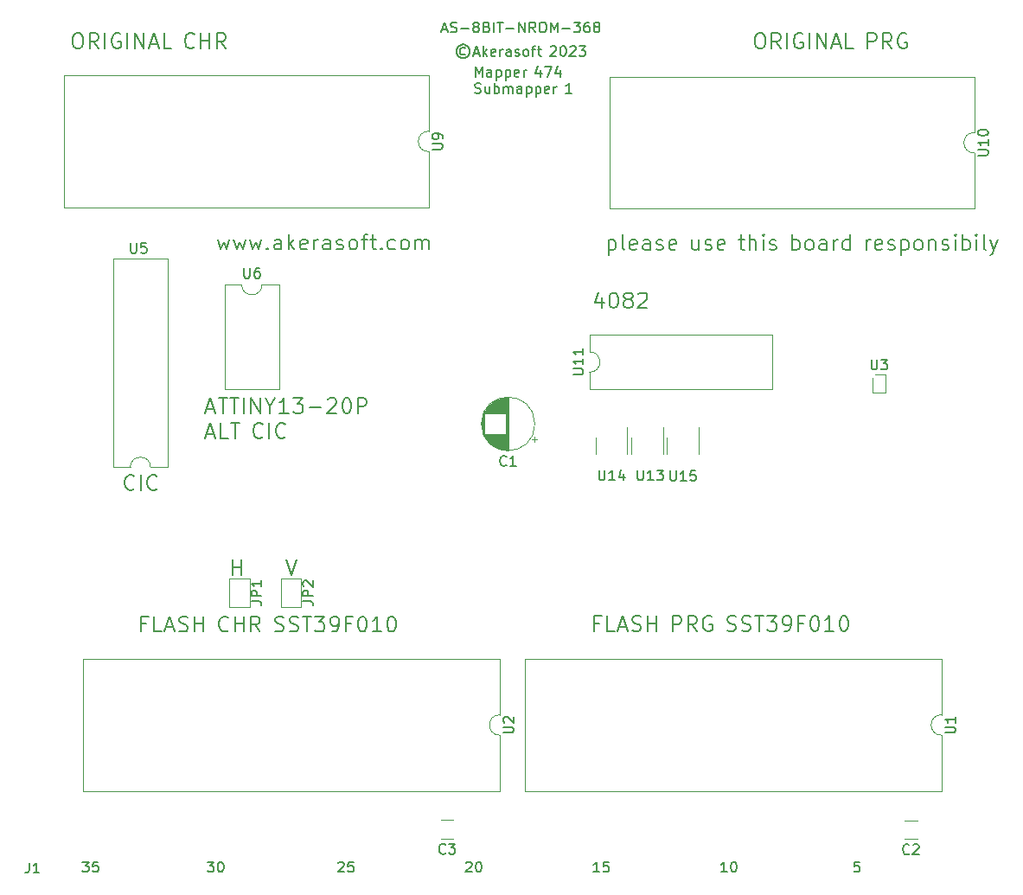
<source format=gbr>
%TF.GenerationSoftware,KiCad,Pcbnew,(7.0.0)*%
%TF.CreationDate,2023-06-26T20:36:10-07:00*%
%TF.ProjectId,AS-NES-Mapper474-SM1,41532d4e-4553-42d4-9d61-707065723437,rev?*%
%TF.SameCoordinates,Original*%
%TF.FileFunction,Legend,Top*%
%TF.FilePolarity,Positive*%
%FSLAX46Y46*%
G04 Gerber Fmt 4.6, Leading zero omitted, Abs format (unit mm)*
G04 Created by KiCad (PCBNEW (7.0.0)) date 2023-06-26 20:36:10*
%MOMM*%
%LPD*%
G01*
G04 APERTURE LIST*
%ADD10C,0.200000*%
%ADD11C,0.150000*%
%ADD12C,0.120000*%
G04 APERTURE END LIST*
D10*
X59892857Y-49773571D02*
X60178571Y-49773571D01*
X60178571Y-49773571D02*
X60321428Y-49845000D01*
X60321428Y-49845000D02*
X60464285Y-49987857D01*
X60464285Y-49987857D02*
X60535714Y-50273571D01*
X60535714Y-50273571D02*
X60535714Y-50773571D01*
X60535714Y-50773571D02*
X60464285Y-51059285D01*
X60464285Y-51059285D02*
X60321428Y-51202142D01*
X60321428Y-51202142D02*
X60178571Y-51273571D01*
X60178571Y-51273571D02*
X59892857Y-51273571D01*
X59892857Y-51273571D02*
X59750000Y-51202142D01*
X59750000Y-51202142D02*
X59607142Y-51059285D01*
X59607142Y-51059285D02*
X59535714Y-50773571D01*
X59535714Y-50773571D02*
X59535714Y-50273571D01*
X59535714Y-50273571D02*
X59607142Y-49987857D01*
X59607142Y-49987857D02*
X59750000Y-49845000D01*
X59750000Y-49845000D02*
X59892857Y-49773571D01*
X62035714Y-51273571D02*
X61535714Y-50559285D01*
X61178571Y-51273571D02*
X61178571Y-49773571D01*
X61178571Y-49773571D02*
X61750000Y-49773571D01*
X61750000Y-49773571D02*
X61892857Y-49845000D01*
X61892857Y-49845000D02*
X61964286Y-49916428D01*
X61964286Y-49916428D02*
X62035714Y-50059285D01*
X62035714Y-50059285D02*
X62035714Y-50273571D01*
X62035714Y-50273571D02*
X61964286Y-50416428D01*
X61964286Y-50416428D02*
X61892857Y-50487857D01*
X61892857Y-50487857D02*
X61750000Y-50559285D01*
X61750000Y-50559285D02*
X61178571Y-50559285D01*
X62678571Y-51273571D02*
X62678571Y-49773571D01*
X64178572Y-49845000D02*
X64035715Y-49773571D01*
X64035715Y-49773571D02*
X63821429Y-49773571D01*
X63821429Y-49773571D02*
X63607143Y-49845000D01*
X63607143Y-49845000D02*
X63464286Y-49987857D01*
X63464286Y-49987857D02*
X63392857Y-50130714D01*
X63392857Y-50130714D02*
X63321429Y-50416428D01*
X63321429Y-50416428D02*
X63321429Y-50630714D01*
X63321429Y-50630714D02*
X63392857Y-50916428D01*
X63392857Y-50916428D02*
X63464286Y-51059285D01*
X63464286Y-51059285D02*
X63607143Y-51202142D01*
X63607143Y-51202142D02*
X63821429Y-51273571D01*
X63821429Y-51273571D02*
X63964286Y-51273571D01*
X63964286Y-51273571D02*
X64178572Y-51202142D01*
X64178572Y-51202142D02*
X64250000Y-51130714D01*
X64250000Y-51130714D02*
X64250000Y-50630714D01*
X64250000Y-50630714D02*
X63964286Y-50630714D01*
X64892857Y-51273571D02*
X64892857Y-49773571D01*
X65607143Y-51273571D02*
X65607143Y-49773571D01*
X65607143Y-49773571D02*
X66464286Y-51273571D01*
X66464286Y-51273571D02*
X66464286Y-49773571D01*
X67107144Y-50845000D02*
X67821430Y-50845000D01*
X66964287Y-51273571D02*
X67464287Y-49773571D01*
X67464287Y-49773571D02*
X67964287Y-51273571D01*
X69178572Y-51273571D02*
X68464286Y-51273571D01*
X68464286Y-51273571D02*
X68464286Y-49773571D01*
X71435715Y-51130714D02*
X71364287Y-51202142D01*
X71364287Y-51202142D02*
X71150001Y-51273571D01*
X71150001Y-51273571D02*
X71007144Y-51273571D01*
X71007144Y-51273571D02*
X70792858Y-51202142D01*
X70792858Y-51202142D02*
X70650001Y-51059285D01*
X70650001Y-51059285D02*
X70578572Y-50916428D01*
X70578572Y-50916428D02*
X70507144Y-50630714D01*
X70507144Y-50630714D02*
X70507144Y-50416428D01*
X70507144Y-50416428D02*
X70578572Y-50130714D01*
X70578572Y-50130714D02*
X70650001Y-49987857D01*
X70650001Y-49987857D02*
X70792858Y-49845000D01*
X70792858Y-49845000D02*
X71007144Y-49773571D01*
X71007144Y-49773571D02*
X71150001Y-49773571D01*
X71150001Y-49773571D02*
X71364287Y-49845000D01*
X71364287Y-49845000D02*
X71435715Y-49916428D01*
X72078572Y-51273571D02*
X72078572Y-49773571D01*
X72078572Y-50487857D02*
X72935715Y-50487857D01*
X72935715Y-51273571D02*
X72935715Y-49773571D01*
X74507144Y-51273571D02*
X74007144Y-50559285D01*
X73650001Y-51273571D02*
X73650001Y-49773571D01*
X73650001Y-49773571D02*
X74221430Y-49773571D01*
X74221430Y-49773571D02*
X74364287Y-49845000D01*
X74364287Y-49845000D02*
X74435716Y-49916428D01*
X74435716Y-49916428D02*
X74507144Y-50059285D01*
X74507144Y-50059285D02*
X74507144Y-50273571D01*
X74507144Y-50273571D02*
X74435716Y-50416428D01*
X74435716Y-50416428D02*
X74364287Y-50487857D01*
X74364287Y-50487857D02*
X74221430Y-50559285D01*
X74221430Y-50559285D02*
X73650001Y-50559285D01*
D11*
X97942093Y-51268276D02*
X97846854Y-51220657D01*
X97846854Y-51220657D02*
X97656378Y-51220657D01*
X97656378Y-51220657D02*
X97561140Y-51268276D01*
X97561140Y-51268276D02*
X97465902Y-51363514D01*
X97465902Y-51363514D02*
X97418283Y-51458752D01*
X97418283Y-51458752D02*
X97418283Y-51649228D01*
X97418283Y-51649228D02*
X97465902Y-51744466D01*
X97465902Y-51744466D02*
X97561140Y-51839704D01*
X97561140Y-51839704D02*
X97656378Y-51887323D01*
X97656378Y-51887323D02*
X97846854Y-51887323D01*
X97846854Y-51887323D02*
X97942093Y-51839704D01*
X97751616Y-50887323D02*
X97513521Y-50934942D01*
X97513521Y-50934942D02*
X97275426Y-51077800D01*
X97275426Y-51077800D02*
X97132569Y-51315895D01*
X97132569Y-51315895D02*
X97084950Y-51553990D01*
X97084950Y-51553990D02*
X97132569Y-51792085D01*
X97132569Y-51792085D02*
X97275426Y-52030180D01*
X97275426Y-52030180D02*
X97513521Y-52173038D01*
X97513521Y-52173038D02*
X97751616Y-52220657D01*
X97751616Y-52220657D02*
X97989712Y-52173038D01*
X97989712Y-52173038D02*
X98227807Y-52030180D01*
X98227807Y-52030180D02*
X98370664Y-51792085D01*
X98370664Y-51792085D02*
X98418283Y-51553990D01*
X98418283Y-51553990D02*
X98370664Y-51315895D01*
X98370664Y-51315895D02*
X98227807Y-51077800D01*
X98227807Y-51077800D02*
X97989712Y-50934942D01*
X97989712Y-50934942D02*
X97751616Y-50887323D01*
X98799236Y-51744466D02*
X99275426Y-51744466D01*
X98703998Y-52030180D02*
X99037331Y-51030180D01*
X99037331Y-51030180D02*
X99370664Y-52030180D01*
X99703998Y-52030180D02*
X99703998Y-51030180D01*
X99799236Y-51649228D02*
X100084950Y-52030180D01*
X100084950Y-51363514D02*
X99703998Y-51744466D01*
X100894474Y-51982561D02*
X100799236Y-52030180D01*
X100799236Y-52030180D02*
X100608760Y-52030180D01*
X100608760Y-52030180D02*
X100513522Y-51982561D01*
X100513522Y-51982561D02*
X100465903Y-51887323D01*
X100465903Y-51887323D02*
X100465903Y-51506371D01*
X100465903Y-51506371D02*
X100513522Y-51411133D01*
X100513522Y-51411133D02*
X100608760Y-51363514D01*
X100608760Y-51363514D02*
X100799236Y-51363514D01*
X100799236Y-51363514D02*
X100894474Y-51411133D01*
X100894474Y-51411133D02*
X100942093Y-51506371D01*
X100942093Y-51506371D02*
X100942093Y-51601609D01*
X100942093Y-51601609D02*
X100465903Y-51696847D01*
X101370665Y-52030180D02*
X101370665Y-51363514D01*
X101370665Y-51553990D02*
X101418284Y-51458752D01*
X101418284Y-51458752D02*
X101465903Y-51411133D01*
X101465903Y-51411133D02*
X101561141Y-51363514D01*
X101561141Y-51363514D02*
X101656379Y-51363514D01*
X102418284Y-52030180D02*
X102418284Y-51506371D01*
X102418284Y-51506371D02*
X102370665Y-51411133D01*
X102370665Y-51411133D02*
X102275427Y-51363514D01*
X102275427Y-51363514D02*
X102084951Y-51363514D01*
X102084951Y-51363514D02*
X101989713Y-51411133D01*
X102418284Y-51982561D02*
X102323046Y-52030180D01*
X102323046Y-52030180D02*
X102084951Y-52030180D01*
X102084951Y-52030180D02*
X101989713Y-51982561D01*
X101989713Y-51982561D02*
X101942094Y-51887323D01*
X101942094Y-51887323D02*
X101942094Y-51792085D01*
X101942094Y-51792085D02*
X101989713Y-51696847D01*
X101989713Y-51696847D02*
X102084951Y-51649228D01*
X102084951Y-51649228D02*
X102323046Y-51649228D01*
X102323046Y-51649228D02*
X102418284Y-51601609D01*
X102846856Y-51982561D02*
X102942094Y-52030180D01*
X102942094Y-52030180D02*
X103132570Y-52030180D01*
X103132570Y-52030180D02*
X103227808Y-51982561D01*
X103227808Y-51982561D02*
X103275427Y-51887323D01*
X103275427Y-51887323D02*
X103275427Y-51839704D01*
X103275427Y-51839704D02*
X103227808Y-51744466D01*
X103227808Y-51744466D02*
X103132570Y-51696847D01*
X103132570Y-51696847D02*
X102989713Y-51696847D01*
X102989713Y-51696847D02*
X102894475Y-51649228D01*
X102894475Y-51649228D02*
X102846856Y-51553990D01*
X102846856Y-51553990D02*
X102846856Y-51506371D01*
X102846856Y-51506371D02*
X102894475Y-51411133D01*
X102894475Y-51411133D02*
X102989713Y-51363514D01*
X102989713Y-51363514D02*
X103132570Y-51363514D01*
X103132570Y-51363514D02*
X103227808Y-51411133D01*
X103846856Y-52030180D02*
X103751618Y-51982561D01*
X103751618Y-51982561D02*
X103703999Y-51934942D01*
X103703999Y-51934942D02*
X103656380Y-51839704D01*
X103656380Y-51839704D02*
X103656380Y-51553990D01*
X103656380Y-51553990D02*
X103703999Y-51458752D01*
X103703999Y-51458752D02*
X103751618Y-51411133D01*
X103751618Y-51411133D02*
X103846856Y-51363514D01*
X103846856Y-51363514D02*
X103989713Y-51363514D01*
X103989713Y-51363514D02*
X104084951Y-51411133D01*
X104084951Y-51411133D02*
X104132570Y-51458752D01*
X104132570Y-51458752D02*
X104180189Y-51553990D01*
X104180189Y-51553990D02*
X104180189Y-51839704D01*
X104180189Y-51839704D02*
X104132570Y-51934942D01*
X104132570Y-51934942D02*
X104084951Y-51982561D01*
X104084951Y-51982561D02*
X103989713Y-52030180D01*
X103989713Y-52030180D02*
X103846856Y-52030180D01*
X104465904Y-51363514D02*
X104846856Y-51363514D01*
X104608761Y-52030180D02*
X104608761Y-51173038D01*
X104608761Y-51173038D02*
X104656380Y-51077800D01*
X104656380Y-51077800D02*
X104751618Y-51030180D01*
X104751618Y-51030180D02*
X104846856Y-51030180D01*
X105037333Y-51363514D02*
X105418285Y-51363514D01*
X105180190Y-51030180D02*
X105180190Y-51887323D01*
X105180190Y-51887323D02*
X105227809Y-51982561D01*
X105227809Y-51982561D02*
X105323047Y-52030180D01*
X105323047Y-52030180D02*
X105418285Y-52030180D01*
X106304000Y-51125419D02*
X106351619Y-51077800D01*
X106351619Y-51077800D02*
X106446857Y-51030180D01*
X106446857Y-51030180D02*
X106684952Y-51030180D01*
X106684952Y-51030180D02*
X106780190Y-51077800D01*
X106780190Y-51077800D02*
X106827809Y-51125419D01*
X106827809Y-51125419D02*
X106875428Y-51220657D01*
X106875428Y-51220657D02*
X106875428Y-51315895D01*
X106875428Y-51315895D02*
X106827809Y-51458752D01*
X106827809Y-51458752D02*
X106256381Y-52030180D01*
X106256381Y-52030180D02*
X106875428Y-52030180D01*
X107494476Y-51030180D02*
X107589714Y-51030180D01*
X107589714Y-51030180D02*
X107684952Y-51077800D01*
X107684952Y-51077800D02*
X107732571Y-51125419D01*
X107732571Y-51125419D02*
X107780190Y-51220657D01*
X107780190Y-51220657D02*
X107827809Y-51411133D01*
X107827809Y-51411133D02*
X107827809Y-51649228D01*
X107827809Y-51649228D02*
X107780190Y-51839704D01*
X107780190Y-51839704D02*
X107732571Y-51934942D01*
X107732571Y-51934942D02*
X107684952Y-51982561D01*
X107684952Y-51982561D02*
X107589714Y-52030180D01*
X107589714Y-52030180D02*
X107494476Y-52030180D01*
X107494476Y-52030180D02*
X107399238Y-51982561D01*
X107399238Y-51982561D02*
X107351619Y-51934942D01*
X107351619Y-51934942D02*
X107304000Y-51839704D01*
X107304000Y-51839704D02*
X107256381Y-51649228D01*
X107256381Y-51649228D02*
X107256381Y-51411133D01*
X107256381Y-51411133D02*
X107304000Y-51220657D01*
X107304000Y-51220657D02*
X107351619Y-51125419D01*
X107351619Y-51125419D02*
X107399238Y-51077800D01*
X107399238Y-51077800D02*
X107494476Y-51030180D01*
X108208762Y-51125419D02*
X108256381Y-51077800D01*
X108256381Y-51077800D02*
X108351619Y-51030180D01*
X108351619Y-51030180D02*
X108589714Y-51030180D01*
X108589714Y-51030180D02*
X108684952Y-51077800D01*
X108684952Y-51077800D02*
X108732571Y-51125419D01*
X108732571Y-51125419D02*
X108780190Y-51220657D01*
X108780190Y-51220657D02*
X108780190Y-51315895D01*
X108780190Y-51315895D02*
X108732571Y-51458752D01*
X108732571Y-51458752D02*
X108161143Y-52030180D01*
X108161143Y-52030180D02*
X108780190Y-52030180D01*
X109113524Y-51030180D02*
X109732571Y-51030180D01*
X109732571Y-51030180D02*
X109399238Y-51411133D01*
X109399238Y-51411133D02*
X109542095Y-51411133D01*
X109542095Y-51411133D02*
X109637333Y-51458752D01*
X109637333Y-51458752D02*
X109684952Y-51506371D01*
X109684952Y-51506371D02*
X109732571Y-51601609D01*
X109732571Y-51601609D02*
X109732571Y-51839704D01*
X109732571Y-51839704D02*
X109684952Y-51934942D01*
X109684952Y-51934942D02*
X109637333Y-51982561D01*
X109637333Y-51982561D02*
X109542095Y-52030180D01*
X109542095Y-52030180D02*
X109256381Y-52030180D01*
X109256381Y-52030180D02*
X109161143Y-51982561D01*
X109161143Y-51982561D02*
X109113524Y-51934942D01*
D10*
X65554285Y-94390714D02*
X65482857Y-94462142D01*
X65482857Y-94462142D02*
X65268571Y-94533571D01*
X65268571Y-94533571D02*
X65125714Y-94533571D01*
X65125714Y-94533571D02*
X64911428Y-94462142D01*
X64911428Y-94462142D02*
X64768571Y-94319285D01*
X64768571Y-94319285D02*
X64697142Y-94176428D01*
X64697142Y-94176428D02*
X64625714Y-93890714D01*
X64625714Y-93890714D02*
X64625714Y-93676428D01*
X64625714Y-93676428D02*
X64697142Y-93390714D01*
X64697142Y-93390714D02*
X64768571Y-93247857D01*
X64768571Y-93247857D02*
X64911428Y-93105000D01*
X64911428Y-93105000D02*
X65125714Y-93033571D01*
X65125714Y-93033571D02*
X65268571Y-93033571D01*
X65268571Y-93033571D02*
X65482857Y-93105000D01*
X65482857Y-93105000D02*
X65554285Y-93176428D01*
X66197142Y-94533571D02*
X66197142Y-93033571D01*
X67768571Y-94390714D02*
X67697143Y-94462142D01*
X67697143Y-94462142D02*
X67482857Y-94533571D01*
X67482857Y-94533571D02*
X67340000Y-94533571D01*
X67340000Y-94533571D02*
X67125714Y-94462142D01*
X67125714Y-94462142D02*
X66982857Y-94319285D01*
X66982857Y-94319285D02*
X66911428Y-94176428D01*
X66911428Y-94176428D02*
X66840000Y-93890714D01*
X66840000Y-93890714D02*
X66840000Y-93676428D01*
X66840000Y-93676428D02*
X66911428Y-93390714D01*
X66911428Y-93390714D02*
X66982857Y-93247857D01*
X66982857Y-93247857D02*
X67125714Y-93105000D01*
X67125714Y-93105000D02*
X67340000Y-93033571D01*
X67340000Y-93033571D02*
X67482857Y-93033571D01*
X67482857Y-93033571D02*
X67697143Y-93105000D01*
X67697143Y-93105000D02*
X67768571Y-93176428D01*
X126682857Y-49783571D02*
X126968571Y-49783571D01*
X126968571Y-49783571D02*
X127111428Y-49855000D01*
X127111428Y-49855000D02*
X127254285Y-49997857D01*
X127254285Y-49997857D02*
X127325714Y-50283571D01*
X127325714Y-50283571D02*
X127325714Y-50783571D01*
X127325714Y-50783571D02*
X127254285Y-51069285D01*
X127254285Y-51069285D02*
X127111428Y-51212142D01*
X127111428Y-51212142D02*
X126968571Y-51283571D01*
X126968571Y-51283571D02*
X126682857Y-51283571D01*
X126682857Y-51283571D02*
X126540000Y-51212142D01*
X126540000Y-51212142D02*
X126397142Y-51069285D01*
X126397142Y-51069285D02*
X126325714Y-50783571D01*
X126325714Y-50783571D02*
X126325714Y-50283571D01*
X126325714Y-50283571D02*
X126397142Y-49997857D01*
X126397142Y-49997857D02*
X126540000Y-49855000D01*
X126540000Y-49855000D02*
X126682857Y-49783571D01*
X128825714Y-51283571D02*
X128325714Y-50569285D01*
X127968571Y-51283571D02*
X127968571Y-49783571D01*
X127968571Y-49783571D02*
X128540000Y-49783571D01*
X128540000Y-49783571D02*
X128682857Y-49855000D01*
X128682857Y-49855000D02*
X128754286Y-49926428D01*
X128754286Y-49926428D02*
X128825714Y-50069285D01*
X128825714Y-50069285D02*
X128825714Y-50283571D01*
X128825714Y-50283571D02*
X128754286Y-50426428D01*
X128754286Y-50426428D02*
X128682857Y-50497857D01*
X128682857Y-50497857D02*
X128540000Y-50569285D01*
X128540000Y-50569285D02*
X127968571Y-50569285D01*
X129468571Y-51283571D02*
X129468571Y-49783571D01*
X130968572Y-49855000D02*
X130825715Y-49783571D01*
X130825715Y-49783571D02*
X130611429Y-49783571D01*
X130611429Y-49783571D02*
X130397143Y-49855000D01*
X130397143Y-49855000D02*
X130254286Y-49997857D01*
X130254286Y-49997857D02*
X130182857Y-50140714D01*
X130182857Y-50140714D02*
X130111429Y-50426428D01*
X130111429Y-50426428D02*
X130111429Y-50640714D01*
X130111429Y-50640714D02*
X130182857Y-50926428D01*
X130182857Y-50926428D02*
X130254286Y-51069285D01*
X130254286Y-51069285D02*
X130397143Y-51212142D01*
X130397143Y-51212142D02*
X130611429Y-51283571D01*
X130611429Y-51283571D02*
X130754286Y-51283571D01*
X130754286Y-51283571D02*
X130968572Y-51212142D01*
X130968572Y-51212142D02*
X131040000Y-51140714D01*
X131040000Y-51140714D02*
X131040000Y-50640714D01*
X131040000Y-50640714D02*
X130754286Y-50640714D01*
X131682857Y-51283571D02*
X131682857Y-49783571D01*
X132397143Y-51283571D02*
X132397143Y-49783571D01*
X132397143Y-49783571D02*
X133254286Y-51283571D01*
X133254286Y-51283571D02*
X133254286Y-49783571D01*
X133897144Y-50855000D02*
X134611430Y-50855000D01*
X133754287Y-51283571D02*
X134254287Y-49783571D01*
X134254287Y-49783571D02*
X134754287Y-51283571D01*
X135968572Y-51283571D02*
X135254286Y-51283571D01*
X135254286Y-51283571D02*
X135254286Y-49783571D01*
X137368572Y-51283571D02*
X137368572Y-49783571D01*
X137368572Y-49783571D02*
X137940001Y-49783571D01*
X137940001Y-49783571D02*
X138082858Y-49855000D01*
X138082858Y-49855000D02*
X138154287Y-49926428D01*
X138154287Y-49926428D02*
X138225715Y-50069285D01*
X138225715Y-50069285D02*
X138225715Y-50283571D01*
X138225715Y-50283571D02*
X138154287Y-50426428D01*
X138154287Y-50426428D02*
X138082858Y-50497857D01*
X138082858Y-50497857D02*
X137940001Y-50569285D01*
X137940001Y-50569285D02*
X137368572Y-50569285D01*
X139725715Y-51283571D02*
X139225715Y-50569285D01*
X138868572Y-51283571D02*
X138868572Y-49783571D01*
X138868572Y-49783571D02*
X139440001Y-49783571D01*
X139440001Y-49783571D02*
X139582858Y-49855000D01*
X139582858Y-49855000D02*
X139654287Y-49926428D01*
X139654287Y-49926428D02*
X139725715Y-50069285D01*
X139725715Y-50069285D02*
X139725715Y-50283571D01*
X139725715Y-50283571D02*
X139654287Y-50426428D01*
X139654287Y-50426428D02*
X139582858Y-50497857D01*
X139582858Y-50497857D02*
X139440001Y-50569285D01*
X139440001Y-50569285D02*
X138868572Y-50569285D01*
X141154287Y-49855000D02*
X141011430Y-49783571D01*
X141011430Y-49783571D02*
X140797144Y-49783571D01*
X140797144Y-49783571D02*
X140582858Y-49855000D01*
X140582858Y-49855000D02*
X140440001Y-49997857D01*
X140440001Y-49997857D02*
X140368572Y-50140714D01*
X140368572Y-50140714D02*
X140297144Y-50426428D01*
X140297144Y-50426428D02*
X140297144Y-50640714D01*
X140297144Y-50640714D02*
X140368572Y-50926428D01*
X140368572Y-50926428D02*
X140440001Y-51069285D01*
X140440001Y-51069285D02*
X140582858Y-51212142D01*
X140582858Y-51212142D02*
X140797144Y-51283571D01*
X140797144Y-51283571D02*
X140940001Y-51283571D01*
X140940001Y-51283571D02*
X141154287Y-51212142D01*
X141154287Y-51212142D02*
X141225715Y-51140714D01*
X141225715Y-51140714D02*
X141225715Y-50640714D01*
X141225715Y-50640714D02*
X140940001Y-50640714D01*
X111987142Y-70013571D02*
X111987142Y-71513571D01*
X111987142Y-70085000D02*
X112130000Y-70013571D01*
X112130000Y-70013571D02*
X112415714Y-70013571D01*
X112415714Y-70013571D02*
X112558571Y-70085000D01*
X112558571Y-70085000D02*
X112630000Y-70156428D01*
X112630000Y-70156428D02*
X112701428Y-70299285D01*
X112701428Y-70299285D02*
X112701428Y-70727857D01*
X112701428Y-70727857D02*
X112630000Y-70870714D01*
X112630000Y-70870714D02*
X112558571Y-70942142D01*
X112558571Y-70942142D02*
X112415714Y-71013571D01*
X112415714Y-71013571D02*
X112130000Y-71013571D01*
X112130000Y-71013571D02*
X111987142Y-70942142D01*
X113558571Y-71013571D02*
X113415714Y-70942142D01*
X113415714Y-70942142D02*
X113344285Y-70799285D01*
X113344285Y-70799285D02*
X113344285Y-69513571D01*
X114701428Y-70942142D02*
X114558571Y-71013571D01*
X114558571Y-71013571D02*
X114272857Y-71013571D01*
X114272857Y-71013571D02*
X114129999Y-70942142D01*
X114129999Y-70942142D02*
X114058571Y-70799285D01*
X114058571Y-70799285D02*
X114058571Y-70227857D01*
X114058571Y-70227857D02*
X114129999Y-70085000D01*
X114129999Y-70085000D02*
X114272857Y-70013571D01*
X114272857Y-70013571D02*
X114558571Y-70013571D01*
X114558571Y-70013571D02*
X114701428Y-70085000D01*
X114701428Y-70085000D02*
X114772857Y-70227857D01*
X114772857Y-70227857D02*
X114772857Y-70370714D01*
X114772857Y-70370714D02*
X114058571Y-70513571D01*
X116058571Y-71013571D02*
X116058571Y-70227857D01*
X116058571Y-70227857D02*
X115987142Y-70085000D01*
X115987142Y-70085000D02*
X115844285Y-70013571D01*
X115844285Y-70013571D02*
X115558571Y-70013571D01*
X115558571Y-70013571D02*
X115415713Y-70085000D01*
X116058571Y-70942142D02*
X115915713Y-71013571D01*
X115915713Y-71013571D02*
X115558571Y-71013571D01*
X115558571Y-71013571D02*
X115415713Y-70942142D01*
X115415713Y-70942142D02*
X115344285Y-70799285D01*
X115344285Y-70799285D02*
X115344285Y-70656428D01*
X115344285Y-70656428D02*
X115415713Y-70513571D01*
X115415713Y-70513571D02*
X115558571Y-70442142D01*
X115558571Y-70442142D02*
X115915713Y-70442142D01*
X115915713Y-70442142D02*
X116058571Y-70370714D01*
X116701428Y-70942142D02*
X116844285Y-71013571D01*
X116844285Y-71013571D02*
X117129999Y-71013571D01*
X117129999Y-71013571D02*
X117272856Y-70942142D01*
X117272856Y-70942142D02*
X117344285Y-70799285D01*
X117344285Y-70799285D02*
X117344285Y-70727857D01*
X117344285Y-70727857D02*
X117272856Y-70585000D01*
X117272856Y-70585000D02*
X117129999Y-70513571D01*
X117129999Y-70513571D02*
X116915714Y-70513571D01*
X116915714Y-70513571D02*
X116772856Y-70442142D01*
X116772856Y-70442142D02*
X116701428Y-70299285D01*
X116701428Y-70299285D02*
X116701428Y-70227857D01*
X116701428Y-70227857D02*
X116772856Y-70085000D01*
X116772856Y-70085000D02*
X116915714Y-70013571D01*
X116915714Y-70013571D02*
X117129999Y-70013571D01*
X117129999Y-70013571D02*
X117272856Y-70085000D01*
X118558571Y-70942142D02*
X118415714Y-71013571D01*
X118415714Y-71013571D02*
X118130000Y-71013571D01*
X118130000Y-71013571D02*
X117987142Y-70942142D01*
X117987142Y-70942142D02*
X117915714Y-70799285D01*
X117915714Y-70799285D02*
X117915714Y-70227857D01*
X117915714Y-70227857D02*
X117987142Y-70085000D01*
X117987142Y-70085000D02*
X118130000Y-70013571D01*
X118130000Y-70013571D02*
X118415714Y-70013571D01*
X118415714Y-70013571D02*
X118558571Y-70085000D01*
X118558571Y-70085000D02*
X118630000Y-70227857D01*
X118630000Y-70227857D02*
X118630000Y-70370714D01*
X118630000Y-70370714D02*
X117915714Y-70513571D01*
X120815714Y-70013571D02*
X120815714Y-71013571D01*
X120172856Y-70013571D02*
X120172856Y-70799285D01*
X120172856Y-70799285D02*
X120244285Y-70942142D01*
X120244285Y-70942142D02*
X120387142Y-71013571D01*
X120387142Y-71013571D02*
X120601428Y-71013571D01*
X120601428Y-71013571D02*
X120744285Y-70942142D01*
X120744285Y-70942142D02*
X120815714Y-70870714D01*
X121458571Y-70942142D02*
X121601428Y-71013571D01*
X121601428Y-71013571D02*
X121887142Y-71013571D01*
X121887142Y-71013571D02*
X122029999Y-70942142D01*
X122029999Y-70942142D02*
X122101428Y-70799285D01*
X122101428Y-70799285D02*
X122101428Y-70727857D01*
X122101428Y-70727857D02*
X122029999Y-70585000D01*
X122029999Y-70585000D02*
X121887142Y-70513571D01*
X121887142Y-70513571D02*
X121672857Y-70513571D01*
X121672857Y-70513571D02*
X121529999Y-70442142D01*
X121529999Y-70442142D02*
X121458571Y-70299285D01*
X121458571Y-70299285D02*
X121458571Y-70227857D01*
X121458571Y-70227857D02*
X121529999Y-70085000D01*
X121529999Y-70085000D02*
X121672857Y-70013571D01*
X121672857Y-70013571D02*
X121887142Y-70013571D01*
X121887142Y-70013571D02*
X122029999Y-70085000D01*
X123315714Y-70942142D02*
X123172857Y-71013571D01*
X123172857Y-71013571D02*
X122887143Y-71013571D01*
X122887143Y-71013571D02*
X122744285Y-70942142D01*
X122744285Y-70942142D02*
X122672857Y-70799285D01*
X122672857Y-70799285D02*
X122672857Y-70227857D01*
X122672857Y-70227857D02*
X122744285Y-70085000D01*
X122744285Y-70085000D02*
X122887143Y-70013571D01*
X122887143Y-70013571D02*
X123172857Y-70013571D01*
X123172857Y-70013571D02*
X123315714Y-70085000D01*
X123315714Y-70085000D02*
X123387143Y-70227857D01*
X123387143Y-70227857D02*
X123387143Y-70370714D01*
X123387143Y-70370714D02*
X122672857Y-70513571D01*
X124715714Y-70013571D02*
X125287142Y-70013571D01*
X124929999Y-69513571D02*
X124929999Y-70799285D01*
X124929999Y-70799285D02*
X125001428Y-70942142D01*
X125001428Y-70942142D02*
X125144285Y-71013571D01*
X125144285Y-71013571D02*
X125287142Y-71013571D01*
X125787142Y-71013571D02*
X125787142Y-69513571D01*
X126430000Y-71013571D02*
X126430000Y-70227857D01*
X126430000Y-70227857D02*
X126358571Y-70085000D01*
X126358571Y-70085000D02*
X126215714Y-70013571D01*
X126215714Y-70013571D02*
X126001428Y-70013571D01*
X126001428Y-70013571D02*
X125858571Y-70085000D01*
X125858571Y-70085000D02*
X125787142Y-70156428D01*
X127144285Y-71013571D02*
X127144285Y-70013571D01*
X127144285Y-69513571D02*
X127072857Y-69585000D01*
X127072857Y-69585000D02*
X127144285Y-69656428D01*
X127144285Y-69656428D02*
X127215714Y-69585000D01*
X127215714Y-69585000D02*
X127144285Y-69513571D01*
X127144285Y-69513571D02*
X127144285Y-69656428D01*
X127787143Y-70942142D02*
X127930000Y-71013571D01*
X127930000Y-71013571D02*
X128215714Y-71013571D01*
X128215714Y-71013571D02*
X128358571Y-70942142D01*
X128358571Y-70942142D02*
X128430000Y-70799285D01*
X128430000Y-70799285D02*
X128430000Y-70727857D01*
X128430000Y-70727857D02*
X128358571Y-70585000D01*
X128358571Y-70585000D02*
X128215714Y-70513571D01*
X128215714Y-70513571D02*
X128001429Y-70513571D01*
X128001429Y-70513571D02*
X127858571Y-70442142D01*
X127858571Y-70442142D02*
X127787143Y-70299285D01*
X127787143Y-70299285D02*
X127787143Y-70227857D01*
X127787143Y-70227857D02*
X127858571Y-70085000D01*
X127858571Y-70085000D02*
X128001429Y-70013571D01*
X128001429Y-70013571D02*
X128215714Y-70013571D01*
X128215714Y-70013571D02*
X128358571Y-70085000D01*
X129972857Y-71013571D02*
X129972857Y-69513571D01*
X129972857Y-70085000D02*
X130115715Y-70013571D01*
X130115715Y-70013571D02*
X130401429Y-70013571D01*
X130401429Y-70013571D02*
X130544286Y-70085000D01*
X130544286Y-70085000D02*
X130615715Y-70156428D01*
X130615715Y-70156428D02*
X130687143Y-70299285D01*
X130687143Y-70299285D02*
X130687143Y-70727857D01*
X130687143Y-70727857D02*
X130615715Y-70870714D01*
X130615715Y-70870714D02*
X130544286Y-70942142D01*
X130544286Y-70942142D02*
X130401429Y-71013571D01*
X130401429Y-71013571D02*
X130115715Y-71013571D01*
X130115715Y-71013571D02*
X129972857Y-70942142D01*
X131544286Y-71013571D02*
X131401429Y-70942142D01*
X131401429Y-70942142D02*
X131330000Y-70870714D01*
X131330000Y-70870714D02*
X131258572Y-70727857D01*
X131258572Y-70727857D02*
X131258572Y-70299285D01*
X131258572Y-70299285D02*
X131330000Y-70156428D01*
X131330000Y-70156428D02*
X131401429Y-70085000D01*
X131401429Y-70085000D02*
X131544286Y-70013571D01*
X131544286Y-70013571D02*
X131758572Y-70013571D01*
X131758572Y-70013571D02*
X131901429Y-70085000D01*
X131901429Y-70085000D02*
X131972858Y-70156428D01*
X131972858Y-70156428D02*
X132044286Y-70299285D01*
X132044286Y-70299285D02*
X132044286Y-70727857D01*
X132044286Y-70727857D02*
X131972858Y-70870714D01*
X131972858Y-70870714D02*
X131901429Y-70942142D01*
X131901429Y-70942142D02*
X131758572Y-71013571D01*
X131758572Y-71013571D02*
X131544286Y-71013571D01*
X133330001Y-71013571D02*
X133330001Y-70227857D01*
X133330001Y-70227857D02*
X133258572Y-70085000D01*
X133258572Y-70085000D02*
X133115715Y-70013571D01*
X133115715Y-70013571D02*
X132830001Y-70013571D01*
X132830001Y-70013571D02*
X132687143Y-70085000D01*
X133330001Y-70942142D02*
X133187143Y-71013571D01*
X133187143Y-71013571D02*
X132830001Y-71013571D01*
X132830001Y-71013571D02*
X132687143Y-70942142D01*
X132687143Y-70942142D02*
X132615715Y-70799285D01*
X132615715Y-70799285D02*
X132615715Y-70656428D01*
X132615715Y-70656428D02*
X132687143Y-70513571D01*
X132687143Y-70513571D02*
X132830001Y-70442142D01*
X132830001Y-70442142D02*
X133187143Y-70442142D01*
X133187143Y-70442142D02*
X133330001Y-70370714D01*
X134044286Y-71013571D02*
X134044286Y-70013571D01*
X134044286Y-70299285D02*
X134115715Y-70156428D01*
X134115715Y-70156428D02*
X134187144Y-70085000D01*
X134187144Y-70085000D02*
X134330001Y-70013571D01*
X134330001Y-70013571D02*
X134472858Y-70013571D01*
X135615715Y-71013571D02*
X135615715Y-69513571D01*
X135615715Y-70942142D02*
X135472857Y-71013571D01*
X135472857Y-71013571D02*
X135187143Y-71013571D01*
X135187143Y-71013571D02*
X135044286Y-70942142D01*
X135044286Y-70942142D02*
X134972857Y-70870714D01*
X134972857Y-70870714D02*
X134901429Y-70727857D01*
X134901429Y-70727857D02*
X134901429Y-70299285D01*
X134901429Y-70299285D02*
X134972857Y-70156428D01*
X134972857Y-70156428D02*
X135044286Y-70085000D01*
X135044286Y-70085000D02*
X135187143Y-70013571D01*
X135187143Y-70013571D02*
X135472857Y-70013571D01*
X135472857Y-70013571D02*
X135615715Y-70085000D01*
X137230000Y-71013571D02*
X137230000Y-70013571D01*
X137230000Y-70299285D02*
X137301429Y-70156428D01*
X137301429Y-70156428D02*
X137372858Y-70085000D01*
X137372858Y-70085000D02*
X137515715Y-70013571D01*
X137515715Y-70013571D02*
X137658572Y-70013571D01*
X138730000Y-70942142D02*
X138587143Y-71013571D01*
X138587143Y-71013571D02*
X138301429Y-71013571D01*
X138301429Y-71013571D02*
X138158571Y-70942142D01*
X138158571Y-70942142D02*
X138087143Y-70799285D01*
X138087143Y-70799285D02*
X138087143Y-70227857D01*
X138087143Y-70227857D02*
X138158571Y-70085000D01*
X138158571Y-70085000D02*
X138301429Y-70013571D01*
X138301429Y-70013571D02*
X138587143Y-70013571D01*
X138587143Y-70013571D02*
X138730000Y-70085000D01*
X138730000Y-70085000D02*
X138801429Y-70227857D01*
X138801429Y-70227857D02*
X138801429Y-70370714D01*
X138801429Y-70370714D02*
X138087143Y-70513571D01*
X139372857Y-70942142D02*
X139515714Y-71013571D01*
X139515714Y-71013571D02*
X139801428Y-71013571D01*
X139801428Y-71013571D02*
X139944285Y-70942142D01*
X139944285Y-70942142D02*
X140015714Y-70799285D01*
X140015714Y-70799285D02*
X140015714Y-70727857D01*
X140015714Y-70727857D02*
X139944285Y-70585000D01*
X139944285Y-70585000D02*
X139801428Y-70513571D01*
X139801428Y-70513571D02*
X139587143Y-70513571D01*
X139587143Y-70513571D02*
X139444285Y-70442142D01*
X139444285Y-70442142D02*
X139372857Y-70299285D01*
X139372857Y-70299285D02*
X139372857Y-70227857D01*
X139372857Y-70227857D02*
X139444285Y-70085000D01*
X139444285Y-70085000D02*
X139587143Y-70013571D01*
X139587143Y-70013571D02*
X139801428Y-70013571D01*
X139801428Y-70013571D02*
X139944285Y-70085000D01*
X140658571Y-70013571D02*
X140658571Y-71513571D01*
X140658571Y-70085000D02*
X140801429Y-70013571D01*
X140801429Y-70013571D02*
X141087143Y-70013571D01*
X141087143Y-70013571D02*
X141230000Y-70085000D01*
X141230000Y-70085000D02*
X141301429Y-70156428D01*
X141301429Y-70156428D02*
X141372857Y-70299285D01*
X141372857Y-70299285D02*
X141372857Y-70727857D01*
X141372857Y-70727857D02*
X141301429Y-70870714D01*
X141301429Y-70870714D02*
X141230000Y-70942142D01*
X141230000Y-70942142D02*
X141087143Y-71013571D01*
X141087143Y-71013571D02*
X140801429Y-71013571D01*
X140801429Y-71013571D02*
X140658571Y-70942142D01*
X142230000Y-71013571D02*
X142087143Y-70942142D01*
X142087143Y-70942142D02*
X142015714Y-70870714D01*
X142015714Y-70870714D02*
X141944286Y-70727857D01*
X141944286Y-70727857D02*
X141944286Y-70299285D01*
X141944286Y-70299285D02*
X142015714Y-70156428D01*
X142015714Y-70156428D02*
X142087143Y-70085000D01*
X142087143Y-70085000D02*
X142230000Y-70013571D01*
X142230000Y-70013571D02*
X142444286Y-70013571D01*
X142444286Y-70013571D02*
X142587143Y-70085000D01*
X142587143Y-70085000D02*
X142658572Y-70156428D01*
X142658572Y-70156428D02*
X142730000Y-70299285D01*
X142730000Y-70299285D02*
X142730000Y-70727857D01*
X142730000Y-70727857D02*
X142658572Y-70870714D01*
X142658572Y-70870714D02*
X142587143Y-70942142D01*
X142587143Y-70942142D02*
X142444286Y-71013571D01*
X142444286Y-71013571D02*
X142230000Y-71013571D01*
X143372857Y-70013571D02*
X143372857Y-71013571D01*
X143372857Y-70156428D02*
X143444286Y-70085000D01*
X143444286Y-70085000D02*
X143587143Y-70013571D01*
X143587143Y-70013571D02*
X143801429Y-70013571D01*
X143801429Y-70013571D02*
X143944286Y-70085000D01*
X143944286Y-70085000D02*
X144015715Y-70227857D01*
X144015715Y-70227857D02*
X144015715Y-71013571D01*
X144658572Y-70942142D02*
X144801429Y-71013571D01*
X144801429Y-71013571D02*
X145087143Y-71013571D01*
X145087143Y-71013571D02*
X145230000Y-70942142D01*
X145230000Y-70942142D02*
X145301429Y-70799285D01*
X145301429Y-70799285D02*
X145301429Y-70727857D01*
X145301429Y-70727857D02*
X145230000Y-70585000D01*
X145230000Y-70585000D02*
X145087143Y-70513571D01*
X145087143Y-70513571D02*
X144872858Y-70513571D01*
X144872858Y-70513571D02*
X144730000Y-70442142D01*
X144730000Y-70442142D02*
X144658572Y-70299285D01*
X144658572Y-70299285D02*
X144658572Y-70227857D01*
X144658572Y-70227857D02*
X144730000Y-70085000D01*
X144730000Y-70085000D02*
X144872858Y-70013571D01*
X144872858Y-70013571D02*
X145087143Y-70013571D01*
X145087143Y-70013571D02*
X145230000Y-70085000D01*
X145944286Y-71013571D02*
X145944286Y-70013571D01*
X145944286Y-69513571D02*
X145872858Y-69585000D01*
X145872858Y-69585000D02*
X145944286Y-69656428D01*
X145944286Y-69656428D02*
X146015715Y-69585000D01*
X146015715Y-69585000D02*
X145944286Y-69513571D01*
X145944286Y-69513571D02*
X145944286Y-69656428D01*
X146658572Y-71013571D02*
X146658572Y-69513571D01*
X146658572Y-70085000D02*
X146801430Y-70013571D01*
X146801430Y-70013571D02*
X147087144Y-70013571D01*
X147087144Y-70013571D02*
X147230001Y-70085000D01*
X147230001Y-70085000D02*
X147301430Y-70156428D01*
X147301430Y-70156428D02*
X147372858Y-70299285D01*
X147372858Y-70299285D02*
X147372858Y-70727857D01*
X147372858Y-70727857D02*
X147301430Y-70870714D01*
X147301430Y-70870714D02*
X147230001Y-70942142D01*
X147230001Y-70942142D02*
X147087144Y-71013571D01*
X147087144Y-71013571D02*
X146801430Y-71013571D01*
X146801430Y-71013571D02*
X146658572Y-70942142D01*
X148015715Y-71013571D02*
X148015715Y-70013571D01*
X148015715Y-69513571D02*
X147944287Y-69585000D01*
X147944287Y-69585000D02*
X148015715Y-69656428D01*
X148015715Y-69656428D02*
X148087144Y-69585000D01*
X148087144Y-69585000D02*
X148015715Y-69513571D01*
X148015715Y-69513571D02*
X148015715Y-69656428D01*
X148944287Y-71013571D02*
X148801430Y-70942142D01*
X148801430Y-70942142D02*
X148730001Y-70799285D01*
X148730001Y-70799285D02*
X148730001Y-69513571D01*
X149372858Y-70013571D02*
X149730001Y-71013571D01*
X150087144Y-70013571D02*
X149730001Y-71013571D01*
X149730001Y-71013571D02*
X149587144Y-71370714D01*
X149587144Y-71370714D02*
X149515715Y-71442142D01*
X149515715Y-71442142D02*
X149372858Y-71513571D01*
X111097142Y-107547857D02*
X110597142Y-107547857D01*
X110597142Y-108333571D02*
X110597142Y-106833571D01*
X110597142Y-106833571D02*
X111311428Y-106833571D01*
X112597142Y-108333571D02*
X111882856Y-108333571D01*
X111882856Y-108333571D02*
X111882856Y-106833571D01*
X113025714Y-107905000D02*
X113740000Y-107905000D01*
X112882857Y-108333571D02*
X113382857Y-106833571D01*
X113382857Y-106833571D02*
X113882857Y-108333571D01*
X114311428Y-108262142D02*
X114525714Y-108333571D01*
X114525714Y-108333571D02*
X114882856Y-108333571D01*
X114882856Y-108333571D02*
X115025714Y-108262142D01*
X115025714Y-108262142D02*
X115097142Y-108190714D01*
X115097142Y-108190714D02*
X115168571Y-108047857D01*
X115168571Y-108047857D02*
X115168571Y-107905000D01*
X115168571Y-107905000D02*
X115097142Y-107762142D01*
X115097142Y-107762142D02*
X115025714Y-107690714D01*
X115025714Y-107690714D02*
X114882856Y-107619285D01*
X114882856Y-107619285D02*
X114597142Y-107547857D01*
X114597142Y-107547857D02*
X114454285Y-107476428D01*
X114454285Y-107476428D02*
X114382856Y-107405000D01*
X114382856Y-107405000D02*
X114311428Y-107262142D01*
X114311428Y-107262142D02*
X114311428Y-107119285D01*
X114311428Y-107119285D02*
X114382856Y-106976428D01*
X114382856Y-106976428D02*
X114454285Y-106905000D01*
X114454285Y-106905000D02*
X114597142Y-106833571D01*
X114597142Y-106833571D02*
X114954285Y-106833571D01*
X114954285Y-106833571D02*
X115168571Y-106905000D01*
X115811427Y-108333571D02*
X115811427Y-106833571D01*
X115811427Y-107547857D02*
X116668570Y-107547857D01*
X116668570Y-108333571D02*
X116668570Y-106833571D01*
X118282856Y-108333571D02*
X118282856Y-106833571D01*
X118282856Y-106833571D02*
X118854285Y-106833571D01*
X118854285Y-106833571D02*
X118997142Y-106905000D01*
X118997142Y-106905000D02*
X119068571Y-106976428D01*
X119068571Y-106976428D02*
X119139999Y-107119285D01*
X119139999Y-107119285D02*
X119139999Y-107333571D01*
X119139999Y-107333571D02*
X119068571Y-107476428D01*
X119068571Y-107476428D02*
X118997142Y-107547857D01*
X118997142Y-107547857D02*
X118854285Y-107619285D01*
X118854285Y-107619285D02*
X118282856Y-107619285D01*
X120639999Y-108333571D02*
X120139999Y-107619285D01*
X119782856Y-108333571D02*
X119782856Y-106833571D01*
X119782856Y-106833571D02*
X120354285Y-106833571D01*
X120354285Y-106833571D02*
X120497142Y-106905000D01*
X120497142Y-106905000D02*
X120568571Y-106976428D01*
X120568571Y-106976428D02*
X120639999Y-107119285D01*
X120639999Y-107119285D02*
X120639999Y-107333571D01*
X120639999Y-107333571D02*
X120568571Y-107476428D01*
X120568571Y-107476428D02*
X120497142Y-107547857D01*
X120497142Y-107547857D02*
X120354285Y-107619285D01*
X120354285Y-107619285D02*
X119782856Y-107619285D01*
X122068571Y-106905000D02*
X121925714Y-106833571D01*
X121925714Y-106833571D02*
X121711428Y-106833571D01*
X121711428Y-106833571D02*
X121497142Y-106905000D01*
X121497142Y-106905000D02*
X121354285Y-107047857D01*
X121354285Y-107047857D02*
X121282856Y-107190714D01*
X121282856Y-107190714D02*
X121211428Y-107476428D01*
X121211428Y-107476428D02*
X121211428Y-107690714D01*
X121211428Y-107690714D02*
X121282856Y-107976428D01*
X121282856Y-107976428D02*
X121354285Y-108119285D01*
X121354285Y-108119285D02*
X121497142Y-108262142D01*
X121497142Y-108262142D02*
X121711428Y-108333571D01*
X121711428Y-108333571D02*
X121854285Y-108333571D01*
X121854285Y-108333571D02*
X122068571Y-108262142D01*
X122068571Y-108262142D02*
X122139999Y-108190714D01*
X122139999Y-108190714D02*
X122139999Y-107690714D01*
X122139999Y-107690714D02*
X121854285Y-107690714D01*
X123611428Y-108262142D02*
X123825714Y-108333571D01*
X123825714Y-108333571D02*
X124182856Y-108333571D01*
X124182856Y-108333571D02*
X124325714Y-108262142D01*
X124325714Y-108262142D02*
X124397142Y-108190714D01*
X124397142Y-108190714D02*
X124468571Y-108047857D01*
X124468571Y-108047857D02*
X124468571Y-107905000D01*
X124468571Y-107905000D02*
X124397142Y-107762142D01*
X124397142Y-107762142D02*
X124325714Y-107690714D01*
X124325714Y-107690714D02*
X124182856Y-107619285D01*
X124182856Y-107619285D02*
X123897142Y-107547857D01*
X123897142Y-107547857D02*
X123754285Y-107476428D01*
X123754285Y-107476428D02*
X123682856Y-107405000D01*
X123682856Y-107405000D02*
X123611428Y-107262142D01*
X123611428Y-107262142D02*
X123611428Y-107119285D01*
X123611428Y-107119285D02*
X123682856Y-106976428D01*
X123682856Y-106976428D02*
X123754285Y-106905000D01*
X123754285Y-106905000D02*
X123897142Y-106833571D01*
X123897142Y-106833571D02*
X124254285Y-106833571D01*
X124254285Y-106833571D02*
X124468571Y-106905000D01*
X125039999Y-108262142D02*
X125254285Y-108333571D01*
X125254285Y-108333571D02*
X125611427Y-108333571D01*
X125611427Y-108333571D02*
X125754285Y-108262142D01*
X125754285Y-108262142D02*
X125825713Y-108190714D01*
X125825713Y-108190714D02*
X125897142Y-108047857D01*
X125897142Y-108047857D02*
X125897142Y-107905000D01*
X125897142Y-107905000D02*
X125825713Y-107762142D01*
X125825713Y-107762142D02*
X125754285Y-107690714D01*
X125754285Y-107690714D02*
X125611427Y-107619285D01*
X125611427Y-107619285D02*
X125325713Y-107547857D01*
X125325713Y-107547857D02*
X125182856Y-107476428D01*
X125182856Y-107476428D02*
X125111427Y-107405000D01*
X125111427Y-107405000D02*
X125039999Y-107262142D01*
X125039999Y-107262142D02*
X125039999Y-107119285D01*
X125039999Y-107119285D02*
X125111427Y-106976428D01*
X125111427Y-106976428D02*
X125182856Y-106905000D01*
X125182856Y-106905000D02*
X125325713Y-106833571D01*
X125325713Y-106833571D02*
X125682856Y-106833571D01*
X125682856Y-106833571D02*
X125897142Y-106905000D01*
X126325713Y-106833571D02*
X127182856Y-106833571D01*
X126754284Y-108333571D02*
X126754284Y-106833571D01*
X127539998Y-106833571D02*
X128468570Y-106833571D01*
X128468570Y-106833571D02*
X127968570Y-107405000D01*
X127968570Y-107405000D02*
X128182855Y-107405000D01*
X128182855Y-107405000D02*
X128325713Y-107476428D01*
X128325713Y-107476428D02*
X128397141Y-107547857D01*
X128397141Y-107547857D02*
X128468570Y-107690714D01*
X128468570Y-107690714D02*
X128468570Y-108047857D01*
X128468570Y-108047857D02*
X128397141Y-108190714D01*
X128397141Y-108190714D02*
X128325713Y-108262142D01*
X128325713Y-108262142D02*
X128182855Y-108333571D01*
X128182855Y-108333571D02*
X127754284Y-108333571D01*
X127754284Y-108333571D02*
X127611427Y-108262142D01*
X127611427Y-108262142D02*
X127539998Y-108190714D01*
X129182855Y-108333571D02*
X129468569Y-108333571D01*
X129468569Y-108333571D02*
X129611426Y-108262142D01*
X129611426Y-108262142D02*
X129682855Y-108190714D01*
X129682855Y-108190714D02*
X129825712Y-107976428D01*
X129825712Y-107976428D02*
X129897141Y-107690714D01*
X129897141Y-107690714D02*
X129897141Y-107119285D01*
X129897141Y-107119285D02*
X129825712Y-106976428D01*
X129825712Y-106976428D02*
X129754284Y-106905000D01*
X129754284Y-106905000D02*
X129611426Y-106833571D01*
X129611426Y-106833571D02*
X129325712Y-106833571D01*
X129325712Y-106833571D02*
X129182855Y-106905000D01*
X129182855Y-106905000D02*
X129111426Y-106976428D01*
X129111426Y-106976428D02*
X129039998Y-107119285D01*
X129039998Y-107119285D02*
X129039998Y-107476428D01*
X129039998Y-107476428D02*
X129111426Y-107619285D01*
X129111426Y-107619285D02*
X129182855Y-107690714D01*
X129182855Y-107690714D02*
X129325712Y-107762142D01*
X129325712Y-107762142D02*
X129611426Y-107762142D01*
X129611426Y-107762142D02*
X129754284Y-107690714D01*
X129754284Y-107690714D02*
X129825712Y-107619285D01*
X129825712Y-107619285D02*
X129897141Y-107476428D01*
X131039997Y-107547857D02*
X130539997Y-107547857D01*
X130539997Y-108333571D02*
X130539997Y-106833571D01*
X130539997Y-106833571D02*
X131254283Y-106833571D01*
X132111426Y-106833571D02*
X132254283Y-106833571D01*
X132254283Y-106833571D02*
X132397140Y-106905000D01*
X132397140Y-106905000D02*
X132468569Y-106976428D01*
X132468569Y-106976428D02*
X132539997Y-107119285D01*
X132539997Y-107119285D02*
X132611426Y-107405000D01*
X132611426Y-107405000D02*
X132611426Y-107762142D01*
X132611426Y-107762142D02*
X132539997Y-108047857D01*
X132539997Y-108047857D02*
X132468569Y-108190714D01*
X132468569Y-108190714D02*
X132397140Y-108262142D01*
X132397140Y-108262142D02*
X132254283Y-108333571D01*
X132254283Y-108333571D02*
X132111426Y-108333571D01*
X132111426Y-108333571D02*
X131968569Y-108262142D01*
X131968569Y-108262142D02*
X131897140Y-108190714D01*
X131897140Y-108190714D02*
X131825711Y-108047857D01*
X131825711Y-108047857D02*
X131754283Y-107762142D01*
X131754283Y-107762142D02*
X131754283Y-107405000D01*
X131754283Y-107405000D02*
X131825711Y-107119285D01*
X131825711Y-107119285D02*
X131897140Y-106976428D01*
X131897140Y-106976428D02*
X131968569Y-106905000D01*
X131968569Y-106905000D02*
X132111426Y-106833571D01*
X134039997Y-108333571D02*
X133182854Y-108333571D01*
X133611425Y-108333571D02*
X133611425Y-106833571D01*
X133611425Y-106833571D02*
X133468568Y-107047857D01*
X133468568Y-107047857D02*
X133325711Y-107190714D01*
X133325711Y-107190714D02*
X133182854Y-107262142D01*
X134968568Y-106833571D02*
X135111425Y-106833571D01*
X135111425Y-106833571D02*
X135254282Y-106905000D01*
X135254282Y-106905000D02*
X135325711Y-106976428D01*
X135325711Y-106976428D02*
X135397139Y-107119285D01*
X135397139Y-107119285D02*
X135468568Y-107405000D01*
X135468568Y-107405000D02*
X135468568Y-107762142D01*
X135468568Y-107762142D02*
X135397139Y-108047857D01*
X135397139Y-108047857D02*
X135325711Y-108190714D01*
X135325711Y-108190714D02*
X135254282Y-108262142D01*
X135254282Y-108262142D02*
X135111425Y-108333571D01*
X135111425Y-108333571D02*
X134968568Y-108333571D01*
X134968568Y-108333571D02*
X134825711Y-108262142D01*
X134825711Y-108262142D02*
X134754282Y-108190714D01*
X134754282Y-108190714D02*
X134682853Y-108047857D01*
X134682853Y-108047857D02*
X134611425Y-107762142D01*
X134611425Y-107762142D02*
X134611425Y-107405000D01*
X134611425Y-107405000D02*
X134682853Y-107119285D01*
X134682853Y-107119285D02*
X134754282Y-106976428D01*
X134754282Y-106976428D02*
X134825711Y-106905000D01*
X134825711Y-106905000D02*
X134968568Y-106833571D01*
D11*
X95694476Y-49407666D02*
X96170666Y-49407666D01*
X95599238Y-49693380D02*
X95932571Y-48693380D01*
X95932571Y-48693380D02*
X96265904Y-49693380D01*
X96551619Y-49645761D02*
X96694476Y-49693380D01*
X96694476Y-49693380D02*
X96932571Y-49693380D01*
X96932571Y-49693380D02*
X97027809Y-49645761D01*
X97027809Y-49645761D02*
X97075428Y-49598142D01*
X97075428Y-49598142D02*
X97123047Y-49502904D01*
X97123047Y-49502904D02*
X97123047Y-49407666D01*
X97123047Y-49407666D02*
X97075428Y-49312428D01*
X97075428Y-49312428D02*
X97027809Y-49264809D01*
X97027809Y-49264809D02*
X96932571Y-49217190D01*
X96932571Y-49217190D02*
X96742095Y-49169571D01*
X96742095Y-49169571D02*
X96646857Y-49121952D01*
X96646857Y-49121952D02*
X96599238Y-49074333D01*
X96599238Y-49074333D02*
X96551619Y-48979095D01*
X96551619Y-48979095D02*
X96551619Y-48883857D01*
X96551619Y-48883857D02*
X96599238Y-48788619D01*
X96599238Y-48788619D02*
X96646857Y-48741000D01*
X96646857Y-48741000D02*
X96742095Y-48693380D01*
X96742095Y-48693380D02*
X96980190Y-48693380D01*
X96980190Y-48693380D02*
X97123047Y-48741000D01*
X97551619Y-49312428D02*
X98313524Y-49312428D01*
X98932571Y-49121952D02*
X98837333Y-49074333D01*
X98837333Y-49074333D02*
X98789714Y-49026714D01*
X98789714Y-49026714D02*
X98742095Y-48931476D01*
X98742095Y-48931476D02*
X98742095Y-48883857D01*
X98742095Y-48883857D02*
X98789714Y-48788619D01*
X98789714Y-48788619D02*
X98837333Y-48741000D01*
X98837333Y-48741000D02*
X98932571Y-48693380D01*
X98932571Y-48693380D02*
X99123047Y-48693380D01*
X99123047Y-48693380D02*
X99218285Y-48741000D01*
X99218285Y-48741000D02*
X99265904Y-48788619D01*
X99265904Y-48788619D02*
X99313523Y-48883857D01*
X99313523Y-48883857D02*
X99313523Y-48931476D01*
X99313523Y-48931476D02*
X99265904Y-49026714D01*
X99265904Y-49026714D02*
X99218285Y-49074333D01*
X99218285Y-49074333D02*
X99123047Y-49121952D01*
X99123047Y-49121952D02*
X98932571Y-49121952D01*
X98932571Y-49121952D02*
X98837333Y-49169571D01*
X98837333Y-49169571D02*
X98789714Y-49217190D01*
X98789714Y-49217190D02*
X98742095Y-49312428D01*
X98742095Y-49312428D02*
X98742095Y-49502904D01*
X98742095Y-49502904D02*
X98789714Y-49598142D01*
X98789714Y-49598142D02*
X98837333Y-49645761D01*
X98837333Y-49645761D02*
X98932571Y-49693380D01*
X98932571Y-49693380D02*
X99123047Y-49693380D01*
X99123047Y-49693380D02*
X99218285Y-49645761D01*
X99218285Y-49645761D02*
X99265904Y-49598142D01*
X99265904Y-49598142D02*
X99313523Y-49502904D01*
X99313523Y-49502904D02*
X99313523Y-49312428D01*
X99313523Y-49312428D02*
X99265904Y-49217190D01*
X99265904Y-49217190D02*
X99218285Y-49169571D01*
X99218285Y-49169571D02*
X99123047Y-49121952D01*
X100075428Y-49169571D02*
X100218285Y-49217190D01*
X100218285Y-49217190D02*
X100265904Y-49264809D01*
X100265904Y-49264809D02*
X100313523Y-49360047D01*
X100313523Y-49360047D02*
X100313523Y-49502904D01*
X100313523Y-49502904D02*
X100265904Y-49598142D01*
X100265904Y-49598142D02*
X100218285Y-49645761D01*
X100218285Y-49645761D02*
X100123047Y-49693380D01*
X100123047Y-49693380D02*
X99742095Y-49693380D01*
X99742095Y-49693380D02*
X99742095Y-48693380D01*
X99742095Y-48693380D02*
X100075428Y-48693380D01*
X100075428Y-48693380D02*
X100170666Y-48741000D01*
X100170666Y-48741000D02*
X100218285Y-48788619D01*
X100218285Y-48788619D02*
X100265904Y-48883857D01*
X100265904Y-48883857D02*
X100265904Y-48979095D01*
X100265904Y-48979095D02*
X100218285Y-49074333D01*
X100218285Y-49074333D02*
X100170666Y-49121952D01*
X100170666Y-49121952D02*
X100075428Y-49169571D01*
X100075428Y-49169571D02*
X99742095Y-49169571D01*
X100742095Y-49693380D02*
X100742095Y-48693380D01*
X101075428Y-48693380D02*
X101646856Y-48693380D01*
X101361142Y-49693380D02*
X101361142Y-48693380D01*
X101980190Y-49312428D02*
X102742095Y-49312428D01*
X103218285Y-49693380D02*
X103218285Y-48693380D01*
X103218285Y-48693380D02*
X103789713Y-49693380D01*
X103789713Y-49693380D02*
X103789713Y-48693380D01*
X104837332Y-49693380D02*
X104503999Y-49217190D01*
X104265904Y-49693380D02*
X104265904Y-48693380D01*
X104265904Y-48693380D02*
X104646856Y-48693380D01*
X104646856Y-48693380D02*
X104742094Y-48741000D01*
X104742094Y-48741000D02*
X104789713Y-48788619D01*
X104789713Y-48788619D02*
X104837332Y-48883857D01*
X104837332Y-48883857D02*
X104837332Y-49026714D01*
X104837332Y-49026714D02*
X104789713Y-49121952D01*
X104789713Y-49121952D02*
X104742094Y-49169571D01*
X104742094Y-49169571D02*
X104646856Y-49217190D01*
X104646856Y-49217190D02*
X104265904Y-49217190D01*
X105456380Y-48693380D02*
X105646856Y-48693380D01*
X105646856Y-48693380D02*
X105742094Y-48741000D01*
X105742094Y-48741000D02*
X105837332Y-48836238D01*
X105837332Y-48836238D02*
X105884951Y-49026714D01*
X105884951Y-49026714D02*
X105884951Y-49360047D01*
X105884951Y-49360047D02*
X105837332Y-49550523D01*
X105837332Y-49550523D02*
X105742094Y-49645761D01*
X105742094Y-49645761D02*
X105646856Y-49693380D01*
X105646856Y-49693380D02*
X105456380Y-49693380D01*
X105456380Y-49693380D02*
X105361142Y-49645761D01*
X105361142Y-49645761D02*
X105265904Y-49550523D01*
X105265904Y-49550523D02*
X105218285Y-49360047D01*
X105218285Y-49360047D02*
X105218285Y-49026714D01*
X105218285Y-49026714D02*
X105265904Y-48836238D01*
X105265904Y-48836238D02*
X105361142Y-48741000D01*
X105361142Y-48741000D02*
X105456380Y-48693380D01*
X106313523Y-49693380D02*
X106313523Y-48693380D01*
X106313523Y-48693380D02*
X106646856Y-49407666D01*
X106646856Y-49407666D02*
X106980189Y-48693380D01*
X106980189Y-48693380D02*
X106980189Y-49693380D01*
X107456380Y-49312428D02*
X108218285Y-49312428D01*
X108599237Y-48693380D02*
X109218284Y-48693380D01*
X109218284Y-48693380D02*
X108884951Y-49074333D01*
X108884951Y-49074333D02*
X109027808Y-49074333D01*
X109027808Y-49074333D02*
X109123046Y-49121952D01*
X109123046Y-49121952D02*
X109170665Y-49169571D01*
X109170665Y-49169571D02*
X109218284Y-49264809D01*
X109218284Y-49264809D02*
X109218284Y-49502904D01*
X109218284Y-49502904D02*
X109170665Y-49598142D01*
X109170665Y-49598142D02*
X109123046Y-49645761D01*
X109123046Y-49645761D02*
X109027808Y-49693380D01*
X109027808Y-49693380D02*
X108742094Y-49693380D01*
X108742094Y-49693380D02*
X108646856Y-49645761D01*
X108646856Y-49645761D02*
X108599237Y-49598142D01*
X110075427Y-48693380D02*
X109884951Y-48693380D01*
X109884951Y-48693380D02*
X109789713Y-48741000D01*
X109789713Y-48741000D02*
X109742094Y-48788619D01*
X109742094Y-48788619D02*
X109646856Y-48931476D01*
X109646856Y-48931476D02*
X109599237Y-49121952D01*
X109599237Y-49121952D02*
X109599237Y-49502904D01*
X109599237Y-49502904D02*
X109646856Y-49598142D01*
X109646856Y-49598142D02*
X109694475Y-49645761D01*
X109694475Y-49645761D02*
X109789713Y-49693380D01*
X109789713Y-49693380D02*
X109980189Y-49693380D01*
X109980189Y-49693380D02*
X110075427Y-49645761D01*
X110075427Y-49645761D02*
X110123046Y-49598142D01*
X110123046Y-49598142D02*
X110170665Y-49502904D01*
X110170665Y-49502904D02*
X110170665Y-49264809D01*
X110170665Y-49264809D02*
X110123046Y-49169571D01*
X110123046Y-49169571D02*
X110075427Y-49121952D01*
X110075427Y-49121952D02*
X109980189Y-49074333D01*
X109980189Y-49074333D02*
X109789713Y-49074333D01*
X109789713Y-49074333D02*
X109694475Y-49121952D01*
X109694475Y-49121952D02*
X109646856Y-49169571D01*
X109646856Y-49169571D02*
X109599237Y-49264809D01*
X110742094Y-49121952D02*
X110646856Y-49074333D01*
X110646856Y-49074333D02*
X110599237Y-49026714D01*
X110599237Y-49026714D02*
X110551618Y-48931476D01*
X110551618Y-48931476D02*
X110551618Y-48883857D01*
X110551618Y-48883857D02*
X110599237Y-48788619D01*
X110599237Y-48788619D02*
X110646856Y-48741000D01*
X110646856Y-48741000D02*
X110742094Y-48693380D01*
X110742094Y-48693380D02*
X110932570Y-48693380D01*
X110932570Y-48693380D02*
X111027808Y-48741000D01*
X111027808Y-48741000D02*
X111075427Y-48788619D01*
X111075427Y-48788619D02*
X111123046Y-48883857D01*
X111123046Y-48883857D02*
X111123046Y-48931476D01*
X111123046Y-48931476D02*
X111075427Y-49026714D01*
X111075427Y-49026714D02*
X111027808Y-49074333D01*
X111027808Y-49074333D02*
X110932570Y-49121952D01*
X110932570Y-49121952D02*
X110742094Y-49121952D01*
X110742094Y-49121952D02*
X110646856Y-49169571D01*
X110646856Y-49169571D02*
X110599237Y-49217190D01*
X110599237Y-49217190D02*
X110551618Y-49312428D01*
X110551618Y-49312428D02*
X110551618Y-49502904D01*
X110551618Y-49502904D02*
X110599237Y-49598142D01*
X110599237Y-49598142D02*
X110646856Y-49645761D01*
X110646856Y-49645761D02*
X110742094Y-49693380D01*
X110742094Y-49693380D02*
X110932570Y-49693380D01*
X110932570Y-49693380D02*
X111027808Y-49645761D01*
X111027808Y-49645761D02*
X111075427Y-49598142D01*
X111075427Y-49598142D02*
X111123046Y-49502904D01*
X111123046Y-49502904D02*
X111123046Y-49312428D01*
X111123046Y-49312428D02*
X111075427Y-49217190D01*
X111075427Y-49217190D02*
X111027808Y-49169571D01*
X111027808Y-49169571D02*
X110932570Y-49121952D01*
D10*
X72650314Y-86578600D02*
X73364600Y-86578600D01*
X72507457Y-87007171D02*
X73007457Y-85507171D01*
X73007457Y-85507171D02*
X73507457Y-87007171D01*
X73793171Y-85507171D02*
X74650314Y-85507171D01*
X74221742Y-87007171D02*
X74221742Y-85507171D01*
X74936028Y-85507171D02*
X75793171Y-85507171D01*
X75364599Y-87007171D02*
X75364599Y-85507171D01*
X76293170Y-87007171D02*
X76293170Y-85507171D01*
X77007456Y-87007171D02*
X77007456Y-85507171D01*
X77007456Y-85507171D02*
X77864599Y-87007171D01*
X77864599Y-87007171D02*
X77864599Y-85507171D01*
X78864600Y-86292885D02*
X78864600Y-87007171D01*
X78364600Y-85507171D02*
X78864600Y-86292885D01*
X78864600Y-86292885D02*
X79364600Y-85507171D01*
X80650314Y-87007171D02*
X79793171Y-87007171D01*
X80221742Y-87007171D02*
X80221742Y-85507171D01*
X80221742Y-85507171D02*
X80078885Y-85721457D01*
X80078885Y-85721457D02*
X79936028Y-85864314D01*
X79936028Y-85864314D02*
X79793171Y-85935742D01*
X81150313Y-85507171D02*
X82078885Y-85507171D01*
X82078885Y-85507171D02*
X81578885Y-86078600D01*
X81578885Y-86078600D02*
X81793170Y-86078600D01*
X81793170Y-86078600D02*
X81936028Y-86150028D01*
X81936028Y-86150028D02*
X82007456Y-86221457D01*
X82007456Y-86221457D02*
X82078885Y-86364314D01*
X82078885Y-86364314D02*
X82078885Y-86721457D01*
X82078885Y-86721457D02*
X82007456Y-86864314D01*
X82007456Y-86864314D02*
X81936028Y-86935742D01*
X81936028Y-86935742D02*
X81793170Y-87007171D01*
X81793170Y-87007171D02*
X81364599Y-87007171D01*
X81364599Y-87007171D02*
X81221742Y-86935742D01*
X81221742Y-86935742D02*
X81150313Y-86864314D01*
X82721741Y-86435742D02*
X83864599Y-86435742D01*
X84507456Y-85650028D02*
X84578884Y-85578600D01*
X84578884Y-85578600D02*
X84721742Y-85507171D01*
X84721742Y-85507171D02*
X85078884Y-85507171D01*
X85078884Y-85507171D02*
X85221742Y-85578600D01*
X85221742Y-85578600D02*
X85293170Y-85650028D01*
X85293170Y-85650028D02*
X85364599Y-85792885D01*
X85364599Y-85792885D02*
X85364599Y-85935742D01*
X85364599Y-85935742D02*
X85293170Y-86150028D01*
X85293170Y-86150028D02*
X84436027Y-87007171D01*
X84436027Y-87007171D02*
X85364599Y-87007171D01*
X86293170Y-85507171D02*
X86436027Y-85507171D01*
X86436027Y-85507171D02*
X86578884Y-85578600D01*
X86578884Y-85578600D02*
X86650313Y-85650028D01*
X86650313Y-85650028D02*
X86721741Y-85792885D01*
X86721741Y-85792885D02*
X86793170Y-86078600D01*
X86793170Y-86078600D02*
X86793170Y-86435742D01*
X86793170Y-86435742D02*
X86721741Y-86721457D01*
X86721741Y-86721457D02*
X86650313Y-86864314D01*
X86650313Y-86864314D02*
X86578884Y-86935742D01*
X86578884Y-86935742D02*
X86436027Y-87007171D01*
X86436027Y-87007171D02*
X86293170Y-87007171D01*
X86293170Y-87007171D02*
X86150313Y-86935742D01*
X86150313Y-86935742D02*
X86078884Y-86864314D01*
X86078884Y-86864314D02*
X86007455Y-86721457D01*
X86007455Y-86721457D02*
X85936027Y-86435742D01*
X85936027Y-86435742D02*
X85936027Y-86078600D01*
X85936027Y-86078600D02*
X86007455Y-85792885D01*
X86007455Y-85792885D02*
X86078884Y-85650028D01*
X86078884Y-85650028D02*
X86150313Y-85578600D01*
X86150313Y-85578600D02*
X86293170Y-85507171D01*
X87436026Y-87007171D02*
X87436026Y-85507171D01*
X87436026Y-85507171D02*
X88007455Y-85507171D01*
X88007455Y-85507171D02*
X88150312Y-85578600D01*
X88150312Y-85578600D02*
X88221741Y-85650028D01*
X88221741Y-85650028D02*
X88293169Y-85792885D01*
X88293169Y-85792885D02*
X88293169Y-86007171D01*
X88293169Y-86007171D02*
X88221741Y-86150028D01*
X88221741Y-86150028D02*
X88150312Y-86221457D01*
X88150312Y-86221457D02*
X88007455Y-86292885D01*
X88007455Y-86292885D02*
X87436026Y-86292885D01*
X72650314Y-89008600D02*
X73364600Y-89008600D01*
X72507457Y-89437171D02*
X73007457Y-87937171D01*
X73007457Y-87937171D02*
X73507457Y-89437171D01*
X74721742Y-89437171D02*
X74007456Y-89437171D01*
X74007456Y-89437171D02*
X74007456Y-87937171D01*
X75007457Y-87937171D02*
X75864600Y-87937171D01*
X75436028Y-89437171D02*
X75436028Y-87937171D01*
X78121742Y-89294314D02*
X78050314Y-89365742D01*
X78050314Y-89365742D02*
X77836028Y-89437171D01*
X77836028Y-89437171D02*
X77693171Y-89437171D01*
X77693171Y-89437171D02*
X77478885Y-89365742D01*
X77478885Y-89365742D02*
X77336028Y-89222885D01*
X77336028Y-89222885D02*
X77264599Y-89080028D01*
X77264599Y-89080028D02*
X77193171Y-88794314D01*
X77193171Y-88794314D02*
X77193171Y-88580028D01*
X77193171Y-88580028D02*
X77264599Y-88294314D01*
X77264599Y-88294314D02*
X77336028Y-88151457D01*
X77336028Y-88151457D02*
X77478885Y-88008600D01*
X77478885Y-88008600D02*
X77693171Y-87937171D01*
X77693171Y-87937171D02*
X77836028Y-87937171D01*
X77836028Y-87937171D02*
X78050314Y-88008600D01*
X78050314Y-88008600D02*
X78121742Y-88080028D01*
X78764599Y-89437171D02*
X78764599Y-87937171D01*
X80336028Y-89294314D02*
X80264600Y-89365742D01*
X80264600Y-89365742D02*
X80050314Y-89437171D01*
X80050314Y-89437171D02*
X79907457Y-89437171D01*
X79907457Y-89437171D02*
X79693171Y-89365742D01*
X79693171Y-89365742D02*
X79550314Y-89222885D01*
X79550314Y-89222885D02*
X79478885Y-89080028D01*
X79478885Y-89080028D02*
X79407457Y-88794314D01*
X79407457Y-88794314D02*
X79407457Y-88580028D01*
X79407457Y-88580028D02*
X79478885Y-88294314D01*
X79478885Y-88294314D02*
X79550314Y-88151457D01*
X79550314Y-88151457D02*
X79693171Y-88008600D01*
X79693171Y-88008600D02*
X79907457Y-87937171D01*
X79907457Y-87937171D02*
X80050314Y-87937171D01*
X80050314Y-87937171D02*
X80264600Y-88008600D01*
X80264600Y-88008600D02*
X80336028Y-88080028D01*
X111350000Y-75693571D02*
X111350000Y-76693571D01*
X110992857Y-75122142D02*
X110635714Y-76193571D01*
X110635714Y-76193571D02*
X111564285Y-76193571D01*
X112421428Y-75193571D02*
X112564285Y-75193571D01*
X112564285Y-75193571D02*
X112707142Y-75265000D01*
X112707142Y-75265000D02*
X112778571Y-75336428D01*
X112778571Y-75336428D02*
X112849999Y-75479285D01*
X112849999Y-75479285D02*
X112921428Y-75765000D01*
X112921428Y-75765000D02*
X112921428Y-76122142D01*
X112921428Y-76122142D02*
X112849999Y-76407857D01*
X112849999Y-76407857D02*
X112778571Y-76550714D01*
X112778571Y-76550714D02*
X112707142Y-76622142D01*
X112707142Y-76622142D02*
X112564285Y-76693571D01*
X112564285Y-76693571D02*
X112421428Y-76693571D01*
X112421428Y-76693571D02*
X112278571Y-76622142D01*
X112278571Y-76622142D02*
X112207142Y-76550714D01*
X112207142Y-76550714D02*
X112135713Y-76407857D01*
X112135713Y-76407857D02*
X112064285Y-76122142D01*
X112064285Y-76122142D02*
X112064285Y-75765000D01*
X112064285Y-75765000D02*
X112135713Y-75479285D01*
X112135713Y-75479285D02*
X112207142Y-75336428D01*
X112207142Y-75336428D02*
X112278571Y-75265000D01*
X112278571Y-75265000D02*
X112421428Y-75193571D01*
X113778570Y-75836428D02*
X113635713Y-75765000D01*
X113635713Y-75765000D02*
X113564284Y-75693571D01*
X113564284Y-75693571D02*
X113492856Y-75550714D01*
X113492856Y-75550714D02*
X113492856Y-75479285D01*
X113492856Y-75479285D02*
X113564284Y-75336428D01*
X113564284Y-75336428D02*
X113635713Y-75265000D01*
X113635713Y-75265000D02*
X113778570Y-75193571D01*
X113778570Y-75193571D02*
X114064284Y-75193571D01*
X114064284Y-75193571D02*
X114207142Y-75265000D01*
X114207142Y-75265000D02*
X114278570Y-75336428D01*
X114278570Y-75336428D02*
X114349999Y-75479285D01*
X114349999Y-75479285D02*
X114349999Y-75550714D01*
X114349999Y-75550714D02*
X114278570Y-75693571D01*
X114278570Y-75693571D02*
X114207142Y-75765000D01*
X114207142Y-75765000D02*
X114064284Y-75836428D01*
X114064284Y-75836428D02*
X113778570Y-75836428D01*
X113778570Y-75836428D02*
X113635713Y-75907857D01*
X113635713Y-75907857D02*
X113564284Y-75979285D01*
X113564284Y-75979285D02*
X113492856Y-76122142D01*
X113492856Y-76122142D02*
X113492856Y-76407857D01*
X113492856Y-76407857D02*
X113564284Y-76550714D01*
X113564284Y-76550714D02*
X113635713Y-76622142D01*
X113635713Y-76622142D02*
X113778570Y-76693571D01*
X113778570Y-76693571D02*
X114064284Y-76693571D01*
X114064284Y-76693571D02*
X114207142Y-76622142D01*
X114207142Y-76622142D02*
X114278570Y-76550714D01*
X114278570Y-76550714D02*
X114349999Y-76407857D01*
X114349999Y-76407857D02*
X114349999Y-76122142D01*
X114349999Y-76122142D02*
X114278570Y-75979285D01*
X114278570Y-75979285D02*
X114207142Y-75907857D01*
X114207142Y-75907857D02*
X114064284Y-75836428D01*
X114921427Y-75336428D02*
X114992855Y-75265000D01*
X114992855Y-75265000D02*
X115135713Y-75193571D01*
X115135713Y-75193571D02*
X115492855Y-75193571D01*
X115492855Y-75193571D02*
X115635713Y-75265000D01*
X115635713Y-75265000D02*
X115707141Y-75336428D01*
X115707141Y-75336428D02*
X115778570Y-75479285D01*
X115778570Y-75479285D02*
X115778570Y-75622142D01*
X115778570Y-75622142D02*
X115707141Y-75836428D01*
X115707141Y-75836428D02*
X114849998Y-76693571D01*
X114849998Y-76693571D02*
X115778570Y-76693571D01*
X80432857Y-101313571D02*
X80932857Y-102813571D01*
X80932857Y-102813571D02*
X81432857Y-101313571D01*
X66737142Y-107587857D02*
X66237142Y-107587857D01*
X66237142Y-108373571D02*
X66237142Y-106873571D01*
X66237142Y-106873571D02*
X66951428Y-106873571D01*
X68237142Y-108373571D02*
X67522856Y-108373571D01*
X67522856Y-108373571D02*
X67522856Y-106873571D01*
X68665714Y-107945000D02*
X69380000Y-107945000D01*
X68522857Y-108373571D02*
X69022857Y-106873571D01*
X69022857Y-106873571D02*
X69522857Y-108373571D01*
X69951428Y-108302142D02*
X70165714Y-108373571D01*
X70165714Y-108373571D02*
X70522856Y-108373571D01*
X70522856Y-108373571D02*
X70665714Y-108302142D01*
X70665714Y-108302142D02*
X70737142Y-108230714D01*
X70737142Y-108230714D02*
X70808571Y-108087857D01*
X70808571Y-108087857D02*
X70808571Y-107945000D01*
X70808571Y-107945000D02*
X70737142Y-107802142D01*
X70737142Y-107802142D02*
X70665714Y-107730714D01*
X70665714Y-107730714D02*
X70522856Y-107659285D01*
X70522856Y-107659285D02*
X70237142Y-107587857D01*
X70237142Y-107587857D02*
X70094285Y-107516428D01*
X70094285Y-107516428D02*
X70022856Y-107445000D01*
X70022856Y-107445000D02*
X69951428Y-107302142D01*
X69951428Y-107302142D02*
X69951428Y-107159285D01*
X69951428Y-107159285D02*
X70022856Y-107016428D01*
X70022856Y-107016428D02*
X70094285Y-106945000D01*
X70094285Y-106945000D02*
X70237142Y-106873571D01*
X70237142Y-106873571D02*
X70594285Y-106873571D01*
X70594285Y-106873571D02*
X70808571Y-106945000D01*
X71451427Y-108373571D02*
X71451427Y-106873571D01*
X71451427Y-107587857D02*
X72308570Y-107587857D01*
X72308570Y-108373571D02*
X72308570Y-106873571D01*
X74779999Y-108230714D02*
X74708571Y-108302142D01*
X74708571Y-108302142D02*
X74494285Y-108373571D01*
X74494285Y-108373571D02*
X74351428Y-108373571D01*
X74351428Y-108373571D02*
X74137142Y-108302142D01*
X74137142Y-108302142D02*
X73994285Y-108159285D01*
X73994285Y-108159285D02*
X73922856Y-108016428D01*
X73922856Y-108016428D02*
X73851428Y-107730714D01*
X73851428Y-107730714D02*
X73851428Y-107516428D01*
X73851428Y-107516428D02*
X73922856Y-107230714D01*
X73922856Y-107230714D02*
X73994285Y-107087857D01*
X73994285Y-107087857D02*
X74137142Y-106945000D01*
X74137142Y-106945000D02*
X74351428Y-106873571D01*
X74351428Y-106873571D02*
X74494285Y-106873571D01*
X74494285Y-106873571D02*
X74708571Y-106945000D01*
X74708571Y-106945000D02*
X74779999Y-107016428D01*
X75422856Y-108373571D02*
X75422856Y-106873571D01*
X75422856Y-107587857D02*
X76279999Y-107587857D01*
X76279999Y-108373571D02*
X76279999Y-106873571D01*
X77851428Y-108373571D02*
X77351428Y-107659285D01*
X76994285Y-108373571D02*
X76994285Y-106873571D01*
X76994285Y-106873571D02*
X77565714Y-106873571D01*
X77565714Y-106873571D02*
X77708571Y-106945000D01*
X77708571Y-106945000D02*
X77780000Y-107016428D01*
X77780000Y-107016428D02*
X77851428Y-107159285D01*
X77851428Y-107159285D02*
X77851428Y-107373571D01*
X77851428Y-107373571D02*
X77780000Y-107516428D01*
X77780000Y-107516428D02*
X77708571Y-107587857D01*
X77708571Y-107587857D02*
X77565714Y-107659285D01*
X77565714Y-107659285D02*
X76994285Y-107659285D01*
X79322857Y-108302142D02*
X79537143Y-108373571D01*
X79537143Y-108373571D02*
X79894285Y-108373571D01*
X79894285Y-108373571D02*
X80037143Y-108302142D01*
X80037143Y-108302142D02*
X80108571Y-108230714D01*
X80108571Y-108230714D02*
X80180000Y-108087857D01*
X80180000Y-108087857D02*
X80180000Y-107945000D01*
X80180000Y-107945000D02*
X80108571Y-107802142D01*
X80108571Y-107802142D02*
X80037143Y-107730714D01*
X80037143Y-107730714D02*
X79894285Y-107659285D01*
X79894285Y-107659285D02*
X79608571Y-107587857D01*
X79608571Y-107587857D02*
X79465714Y-107516428D01*
X79465714Y-107516428D02*
X79394285Y-107445000D01*
X79394285Y-107445000D02*
X79322857Y-107302142D01*
X79322857Y-107302142D02*
X79322857Y-107159285D01*
X79322857Y-107159285D02*
X79394285Y-107016428D01*
X79394285Y-107016428D02*
X79465714Y-106945000D01*
X79465714Y-106945000D02*
X79608571Y-106873571D01*
X79608571Y-106873571D02*
X79965714Y-106873571D01*
X79965714Y-106873571D02*
X80180000Y-106945000D01*
X80751428Y-108302142D02*
X80965714Y-108373571D01*
X80965714Y-108373571D02*
X81322856Y-108373571D01*
X81322856Y-108373571D02*
X81465714Y-108302142D01*
X81465714Y-108302142D02*
X81537142Y-108230714D01*
X81537142Y-108230714D02*
X81608571Y-108087857D01*
X81608571Y-108087857D02*
X81608571Y-107945000D01*
X81608571Y-107945000D02*
X81537142Y-107802142D01*
X81537142Y-107802142D02*
X81465714Y-107730714D01*
X81465714Y-107730714D02*
X81322856Y-107659285D01*
X81322856Y-107659285D02*
X81037142Y-107587857D01*
X81037142Y-107587857D02*
X80894285Y-107516428D01*
X80894285Y-107516428D02*
X80822856Y-107445000D01*
X80822856Y-107445000D02*
X80751428Y-107302142D01*
X80751428Y-107302142D02*
X80751428Y-107159285D01*
X80751428Y-107159285D02*
X80822856Y-107016428D01*
X80822856Y-107016428D02*
X80894285Y-106945000D01*
X80894285Y-106945000D02*
X81037142Y-106873571D01*
X81037142Y-106873571D02*
X81394285Y-106873571D01*
X81394285Y-106873571D02*
X81608571Y-106945000D01*
X82037142Y-106873571D02*
X82894285Y-106873571D01*
X82465713Y-108373571D02*
X82465713Y-106873571D01*
X83251427Y-106873571D02*
X84179999Y-106873571D01*
X84179999Y-106873571D02*
X83679999Y-107445000D01*
X83679999Y-107445000D02*
X83894284Y-107445000D01*
X83894284Y-107445000D02*
X84037142Y-107516428D01*
X84037142Y-107516428D02*
X84108570Y-107587857D01*
X84108570Y-107587857D02*
X84179999Y-107730714D01*
X84179999Y-107730714D02*
X84179999Y-108087857D01*
X84179999Y-108087857D02*
X84108570Y-108230714D01*
X84108570Y-108230714D02*
X84037142Y-108302142D01*
X84037142Y-108302142D02*
X83894284Y-108373571D01*
X83894284Y-108373571D02*
X83465713Y-108373571D01*
X83465713Y-108373571D02*
X83322856Y-108302142D01*
X83322856Y-108302142D02*
X83251427Y-108230714D01*
X84894284Y-108373571D02*
X85179998Y-108373571D01*
X85179998Y-108373571D02*
X85322855Y-108302142D01*
X85322855Y-108302142D02*
X85394284Y-108230714D01*
X85394284Y-108230714D02*
X85537141Y-108016428D01*
X85537141Y-108016428D02*
X85608570Y-107730714D01*
X85608570Y-107730714D02*
X85608570Y-107159285D01*
X85608570Y-107159285D02*
X85537141Y-107016428D01*
X85537141Y-107016428D02*
X85465713Y-106945000D01*
X85465713Y-106945000D02*
X85322855Y-106873571D01*
X85322855Y-106873571D02*
X85037141Y-106873571D01*
X85037141Y-106873571D02*
X84894284Y-106945000D01*
X84894284Y-106945000D02*
X84822855Y-107016428D01*
X84822855Y-107016428D02*
X84751427Y-107159285D01*
X84751427Y-107159285D02*
X84751427Y-107516428D01*
X84751427Y-107516428D02*
X84822855Y-107659285D01*
X84822855Y-107659285D02*
X84894284Y-107730714D01*
X84894284Y-107730714D02*
X85037141Y-107802142D01*
X85037141Y-107802142D02*
X85322855Y-107802142D01*
X85322855Y-107802142D02*
X85465713Y-107730714D01*
X85465713Y-107730714D02*
X85537141Y-107659285D01*
X85537141Y-107659285D02*
X85608570Y-107516428D01*
X86751426Y-107587857D02*
X86251426Y-107587857D01*
X86251426Y-108373571D02*
X86251426Y-106873571D01*
X86251426Y-106873571D02*
X86965712Y-106873571D01*
X87822855Y-106873571D02*
X87965712Y-106873571D01*
X87965712Y-106873571D02*
X88108569Y-106945000D01*
X88108569Y-106945000D02*
X88179998Y-107016428D01*
X88179998Y-107016428D02*
X88251426Y-107159285D01*
X88251426Y-107159285D02*
X88322855Y-107445000D01*
X88322855Y-107445000D02*
X88322855Y-107802142D01*
X88322855Y-107802142D02*
X88251426Y-108087857D01*
X88251426Y-108087857D02*
X88179998Y-108230714D01*
X88179998Y-108230714D02*
X88108569Y-108302142D01*
X88108569Y-108302142D02*
X87965712Y-108373571D01*
X87965712Y-108373571D02*
X87822855Y-108373571D01*
X87822855Y-108373571D02*
X87679998Y-108302142D01*
X87679998Y-108302142D02*
X87608569Y-108230714D01*
X87608569Y-108230714D02*
X87537140Y-108087857D01*
X87537140Y-108087857D02*
X87465712Y-107802142D01*
X87465712Y-107802142D02*
X87465712Y-107445000D01*
X87465712Y-107445000D02*
X87537140Y-107159285D01*
X87537140Y-107159285D02*
X87608569Y-107016428D01*
X87608569Y-107016428D02*
X87679998Y-106945000D01*
X87679998Y-106945000D02*
X87822855Y-106873571D01*
X89751426Y-108373571D02*
X88894283Y-108373571D01*
X89322854Y-108373571D02*
X89322854Y-106873571D01*
X89322854Y-106873571D02*
X89179997Y-107087857D01*
X89179997Y-107087857D02*
X89037140Y-107230714D01*
X89037140Y-107230714D02*
X88894283Y-107302142D01*
X90679997Y-106873571D02*
X90822854Y-106873571D01*
X90822854Y-106873571D02*
X90965711Y-106945000D01*
X90965711Y-106945000D02*
X91037140Y-107016428D01*
X91037140Y-107016428D02*
X91108568Y-107159285D01*
X91108568Y-107159285D02*
X91179997Y-107445000D01*
X91179997Y-107445000D02*
X91179997Y-107802142D01*
X91179997Y-107802142D02*
X91108568Y-108087857D01*
X91108568Y-108087857D02*
X91037140Y-108230714D01*
X91037140Y-108230714D02*
X90965711Y-108302142D01*
X90965711Y-108302142D02*
X90822854Y-108373571D01*
X90822854Y-108373571D02*
X90679997Y-108373571D01*
X90679997Y-108373571D02*
X90537140Y-108302142D01*
X90537140Y-108302142D02*
X90465711Y-108230714D01*
X90465711Y-108230714D02*
X90394282Y-108087857D01*
X90394282Y-108087857D02*
X90322854Y-107802142D01*
X90322854Y-107802142D02*
X90322854Y-107445000D01*
X90322854Y-107445000D02*
X90394282Y-107159285D01*
X90394282Y-107159285D02*
X90465711Y-107016428D01*
X90465711Y-107016428D02*
X90537140Y-106945000D01*
X90537140Y-106945000D02*
X90679997Y-106873571D01*
X73734285Y-69953571D02*
X74020000Y-70953571D01*
X74020000Y-70953571D02*
X74305714Y-70239285D01*
X74305714Y-70239285D02*
X74591428Y-70953571D01*
X74591428Y-70953571D02*
X74877142Y-69953571D01*
X75305714Y-69953571D02*
X75591429Y-70953571D01*
X75591429Y-70953571D02*
X75877143Y-70239285D01*
X75877143Y-70239285D02*
X76162857Y-70953571D01*
X76162857Y-70953571D02*
X76448571Y-69953571D01*
X76877143Y-69953571D02*
X77162858Y-70953571D01*
X77162858Y-70953571D02*
X77448572Y-70239285D01*
X77448572Y-70239285D02*
X77734286Y-70953571D01*
X77734286Y-70953571D02*
X78020000Y-69953571D01*
X78591429Y-70810714D02*
X78662858Y-70882142D01*
X78662858Y-70882142D02*
X78591429Y-70953571D01*
X78591429Y-70953571D02*
X78520001Y-70882142D01*
X78520001Y-70882142D02*
X78591429Y-70810714D01*
X78591429Y-70810714D02*
X78591429Y-70953571D01*
X79948573Y-70953571D02*
X79948573Y-70167857D01*
X79948573Y-70167857D02*
X79877144Y-70025000D01*
X79877144Y-70025000D02*
X79734287Y-69953571D01*
X79734287Y-69953571D02*
X79448573Y-69953571D01*
X79448573Y-69953571D02*
X79305715Y-70025000D01*
X79948573Y-70882142D02*
X79805715Y-70953571D01*
X79805715Y-70953571D02*
X79448573Y-70953571D01*
X79448573Y-70953571D02*
X79305715Y-70882142D01*
X79305715Y-70882142D02*
X79234287Y-70739285D01*
X79234287Y-70739285D02*
X79234287Y-70596428D01*
X79234287Y-70596428D02*
X79305715Y-70453571D01*
X79305715Y-70453571D02*
X79448573Y-70382142D01*
X79448573Y-70382142D02*
X79805715Y-70382142D01*
X79805715Y-70382142D02*
X79948573Y-70310714D01*
X80662858Y-70953571D02*
X80662858Y-69453571D01*
X80805716Y-70382142D02*
X81234287Y-70953571D01*
X81234287Y-69953571D02*
X80662858Y-70525000D01*
X82448573Y-70882142D02*
X82305716Y-70953571D01*
X82305716Y-70953571D02*
X82020002Y-70953571D01*
X82020002Y-70953571D02*
X81877144Y-70882142D01*
X81877144Y-70882142D02*
X81805716Y-70739285D01*
X81805716Y-70739285D02*
X81805716Y-70167857D01*
X81805716Y-70167857D02*
X81877144Y-70025000D01*
X81877144Y-70025000D02*
X82020002Y-69953571D01*
X82020002Y-69953571D02*
X82305716Y-69953571D01*
X82305716Y-69953571D02*
X82448573Y-70025000D01*
X82448573Y-70025000D02*
X82520002Y-70167857D01*
X82520002Y-70167857D02*
X82520002Y-70310714D01*
X82520002Y-70310714D02*
X81805716Y-70453571D01*
X83162858Y-70953571D02*
X83162858Y-69953571D01*
X83162858Y-70239285D02*
X83234287Y-70096428D01*
X83234287Y-70096428D02*
X83305716Y-70025000D01*
X83305716Y-70025000D02*
X83448573Y-69953571D01*
X83448573Y-69953571D02*
X83591430Y-69953571D01*
X84734287Y-70953571D02*
X84734287Y-70167857D01*
X84734287Y-70167857D02*
X84662858Y-70025000D01*
X84662858Y-70025000D02*
X84520001Y-69953571D01*
X84520001Y-69953571D02*
X84234287Y-69953571D01*
X84234287Y-69953571D02*
X84091429Y-70025000D01*
X84734287Y-70882142D02*
X84591429Y-70953571D01*
X84591429Y-70953571D02*
X84234287Y-70953571D01*
X84234287Y-70953571D02*
X84091429Y-70882142D01*
X84091429Y-70882142D02*
X84020001Y-70739285D01*
X84020001Y-70739285D02*
X84020001Y-70596428D01*
X84020001Y-70596428D02*
X84091429Y-70453571D01*
X84091429Y-70453571D02*
X84234287Y-70382142D01*
X84234287Y-70382142D02*
X84591429Y-70382142D01*
X84591429Y-70382142D02*
X84734287Y-70310714D01*
X85377144Y-70882142D02*
X85520001Y-70953571D01*
X85520001Y-70953571D02*
X85805715Y-70953571D01*
X85805715Y-70953571D02*
X85948572Y-70882142D01*
X85948572Y-70882142D02*
X86020001Y-70739285D01*
X86020001Y-70739285D02*
X86020001Y-70667857D01*
X86020001Y-70667857D02*
X85948572Y-70525000D01*
X85948572Y-70525000D02*
X85805715Y-70453571D01*
X85805715Y-70453571D02*
X85591430Y-70453571D01*
X85591430Y-70453571D02*
X85448572Y-70382142D01*
X85448572Y-70382142D02*
X85377144Y-70239285D01*
X85377144Y-70239285D02*
X85377144Y-70167857D01*
X85377144Y-70167857D02*
X85448572Y-70025000D01*
X85448572Y-70025000D02*
X85591430Y-69953571D01*
X85591430Y-69953571D02*
X85805715Y-69953571D01*
X85805715Y-69953571D02*
X85948572Y-70025000D01*
X86877144Y-70953571D02*
X86734287Y-70882142D01*
X86734287Y-70882142D02*
X86662858Y-70810714D01*
X86662858Y-70810714D02*
X86591430Y-70667857D01*
X86591430Y-70667857D02*
X86591430Y-70239285D01*
X86591430Y-70239285D02*
X86662858Y-70096428D01*
X86662858Y-70096428D02*
X86734287Y-70025000D01*
X86734287Y-70025000D02*
X86877144Y-69953571D01*
X86877144Y-69953571D02*
X87091430Y-69953571D01*
X87091430Y-69953571D02*
X87234287Y-70025000D01*
X87234287Y-70025000D02*
X87305716Y-70096428D01*
X87305716Y-70096428D02*
X87377144Y-70239285D01*
X87377144Y-70239285D02*
X87377144Y-70667857D01*
X87377144Y-70667857D02*
X87305716Y-70810714D01*
X87305716Y-70810714D02*
X87234287Y-70882142D01*
X87234287Y-70882142D02*
X87091430Y-70953571D01*
X87091430Y-70953571D02*
X86877144Y-70953571D01*
X87805716Y-69953571D02*
X88377144Y-69953571D01*
X88020001Y-70953571D02*
X88020001Y-69667857D01*
X88020001Y-69667857D02*
X88091430Y-69525000D01*
X88091430Y-69525000D02*
X88234287Y-69453571D01*
X88234287Y-69453571D02*
X88377144Y-69453571D01*
X88662859Y-69953571D02*
X89234287Y-69953571D01*
X88877144Y-69453571D02*
X88877144Y-70739285D01*
X88877144Y-70739285D02*
X88948573Y-70882142D01*
X88948573Y-70882142D02*
X89091430Y-70953571D01*
X89091430Y-70953571D02*
X89234287Y-70953571D01*
X89734287Y-70810714D02*
X89805716Y-70882142D01*
X89805716Y-70882142D02*
X89734287Y-70953571D01*
X89734287Y-70953571D02*
X89662859Y-70882142D01*
X89662859Y-70882142D02*
X89734287Y-70810714D01*
X89734287Y-70810714D02*
X89734287Y-70953571D01*
X91091431Y-70882142D02*
X90948573Y-70953571D01*
X90948573Y-70953571D02*
X90662859Y-70953571D01*
X90662859Y-70953571D02*
X90520002Y-70882142D01*
X90520002Y-70882142D02*
X90448573Y-70810714D01*
X90448573Y-70810714D02*
X90377145Y-70667857D01*
X90377145Y-70667857D02*
X90377145Y-70239285D01*
X90377145Y-70239285D02*
X90448573Y-70096428D01*
X90448573Y-70096428D02*
X90520002Y-70025000D01*
X90520002Y-70025000D02*
X90662859Y-69953571D01*
X90662859Y-69953571D02*
X90948573Y-69953571D01*
X90948573Y-69953571D02*
X91091431Y-70025000D01*
X91948573Y-70953571D02*
X91805716Y-70882142D01*
X91805716Y-70882142D02*
X91734287Y-70810714D01*
X91734287Y-70810714D02*
X91662859Y-70667857D01*
X91662859Y-70667857D02*
X91662859Y-70239285D01*
X91662859Y-70239285D02*
X91734287Y-70096428D01*
X91734287Y-70096428D02*
X91805716Y-70025000D01*
X91805716Y-70025000D02*
X91948573Y-69953571D01*
X91948573Y-69953571D02*
X92162859Y-69953571D01*
X92162859Y-69953571D02*
X92305716Y-70025000D01*
X92305716Y-70025000D02*
X92377145Y-70096428D01*
X92377145Y-70096428D02*
X92448573Y-70239285D01*
X92448573Y-70239285D02*
X92448573Y-70667857D01*
X92448573Y-70667857D02*
X92377145Y-70810714D01*
X92377145Y-70810714D02*
X92305716Y-70882142D01*
X92305716Y-70882142D02*
X92162859Y-70953571D01*
X92162859Y-70953571D02*
X91948573Y-70953571D01*
X93091430Y-70953571D02*
X93091430Y-69953571D01*
X93091430Y-70096428D02*
X93162859Y-70025000D01*
X93162859Y-70025000D02*
X93305716Y-69953571D01*
X93305716Y-69953571D02*
X93520002Y-69953571D01*
X93520002Y-69953571D02*
X93662859Y-70025000D01*
X93662859Y-70025000D02*
X93734288Y-70167857D01*
X93734288Y-70167857D02*
X93734288Y-70953571D01*
X93734288Y-70167857D02*
X93805716Y-70025000D01*
X93805716Y-70025000D02*
X93948573Y-69953571D01*
X93948573Y-69953571D02*
X94162859Y-69953571D01*
X94162859Y-69953571D02*
X94305716Y-70025000D01*
X94305716Y-70025000D02*
X94377145Y-70167857D01*
X94377145Y-70167857D02*
X94377145Y-70953571D01*
D11*
X98967895Y-54042380D02*
X98967895Y-53042380D01*
X98967895Y-53042380D02*
X99301228Y-53756666D01*
X99301228Y-53756666D02*
X99634561Y-53042380D01*
X99634561Y-53042380D02*
X99634561Y-54042380D01*
X100539323Y-54042380D02*
X100539323Y-53518571D01*
X100539323Y-53518571D02*
X100491704Y-53423333D01*
X100491704Y-53423333D02*
X100396466Y-53375714D01*
X100396466Y-53375714D02*
X100205990Y-53375714D01*
X100205990Y-53375714D02*
X100110752Y-53423333D01*
X100539323Y-53994761D02*
X100444085Y-54042380D01*
X100444085Y-54042380D02*
X100205990Y-54042380D01*
X100205990Y-54042380D02*
X100110752Y-53994761D01*
X100110752Y-53994761D02*
X100063133Y-53899523D01*
X100063133Y-53899523D02*
X100063133Y-53804285D01*
X100063133Y-53804285D02*
X100110752Y-53709047D01*
X100110752Y-53709047D02*
X100205990Y-53661428D01*
X100205990Y-53661428D02*
X100444085Y-53661428D01*
X100444085Y-53661428D02*
X100539323Y-53613809D01*
X101015514Y-53375714D02*
X101015514Y-54375714D01*
X101015514Y-53423333D02*
X101110752Y-53375714D01*
X101110752Y-53375714D02*
X101301228Y-53375714D01*
X101301228Y-53375714D02*
X101396466Y-53423333D01*
X101396466Y-53423333D02*
X101444085Y-53470952D01*
X101444085Y-53470952D02*
X101491704Y-53566190D01*
X101491704Y-53566190D02*
X101491704Y-53851904D01*
X101491704Y-53851904D02*
X101444085Y-53947142D01*
X101444085Y-53947142D02*
X101396466Y-53994761D01*
X101396466Y-53994761D02*
X101301228Y-54042380D01*
X101301228Y-54042380D02*
X101110752Y-54042380D01*
X101110752Y-54042380D02*
X101015514Y-53994761D01*
X101920276Y-53375714D02*
X101920276Y-54375714D01*
X101920276Y-53423333D02*
X102015514Y-53375714D01*
X102015514Y-53375714D02*
X102205990Y-53375714D01*
X102205990Y-53375714D02*
X102301228Y-53423333D01*
X102301228Y-53423333D02*
X102348847Y-53470952D01*
X102348847Y-53470952D02*
X102396466Y-53566190D01*
X102396466Y-53566190D02*
X102396466Y-53851904D01*
X102396466Y-53851904D02*
X102348847Y-53947142D01*
X102348847Y-53947142D02*
X102301228Y-53994761D01*
X102301228Y-53994761D02*
X102205990Y-54042380D01*
X102205990Y-54042380D02*
X102015514Y-54042380D01*
X102015514Y-54042380D02*
X101920276Y-53994761D01*
X103205990Y-53994761D02*
X103110752Y-54042380D01*
X103110752Y-54042380D02*
X102920276Y-54042380D01*
X102920276Y-54042380D02*
X102825038Y-53994761D01*
X102825038Y-53994761D02*
X102777419Y-53899523D01*
X102777419Y-53899523D02*
X102777419Y-53518571D01*
X102777419Y-53518571D02*
X102825038Y-53423333D01*
X102825038Y-53423333D02*
X102920276Y-53375714D01*
X102920276Y-53375714D02*
X103110752Y-53375714D01*
X103110752Y-53375714D02*
X103205990Y-53423333D01*
X103205990Y-53423333D02*
X103253609Y-53518571D01*
X103253609Y-53518571D02*
X103253609Y-53613809D01*
X103253609Y-53613809D02*
X102777419Y-53709047D01*
X103682181Y-54042380D02*
X103682181Y-53375714D01*
X103682181Y-53566190D02*
X103729800Y-53470952D01*
X103729800Y-53470952D02*
X103777419Y-53423333D01*
X103777419Y-53423333D02*
X103872657Y-53375714D01*
X103872657Y-53375714D02*
X103967895Y-53375714D01*
X105329800Y-53375714D02*
X105329800Y-54042380D01*
X105091705Y-52994761D02*
X104853610Y-53709047D01*
X104853610Y-53709047D02*
X105472657Y-53709047D01*
X105758372Y-53042380D02*
X106425038Y-53042380D01*
X106425038Y-53042380D02*
X105996467Y-54042380D01*
X107234562Y-53375714D02*
X107234562Y-54042380D01*
X106996467Y-52994761D02*
X106758372Y-53709047D01*
X106758372Y-53709047D02*
X107377419Y-53709047D01*
X98920276Y-55614761D02*
X99063133Y-55662380D01*
X99063133Y-55662380D02*
X99301228Y-55662380D01*
X99301228Y-55662380D02*
X99396466Y-55614761D01*
X99396466Y-55614761D02*
X99444085Y-55567142D01*
X99444085Y-55567142D02*
X99491704Y-55471904D01*
X99491704Y-55471904D02*
X99491704Y-55376666D01*
X99491704Y-55376666D02*
X99444085Y-55281428D01*
X99444085Y-55281428D02*
X99396466Y-55233809D01*
X99396466Y-55233809D02*
X99301228Y-55186190D01*
X99301228Y-55186190D02*
X99110752Y-55138571D01*
X99110752Y-55138571D02*
X99015514Y-55090952D01*
X99015514Y-55090952D02*
X98967895Y-55043333D01*
X98967895Y-55043333D02*
X98920276Y-54948095D01*
X98920276Y-54948095D02*
X98920276Y-54852857D01*
X98920276Y-54852857D02*
X98967895Y-54757619D01*
X98967895Y-54757619D02*
X99015514Y-54710000D01*
X99015514Y-54710000D02*
X99110752Y-54662380D01*
X99110752Y-54662380D02*
X99348847Y-54662380D01*
X99348847Y-54662380D02*
X99491704Y-54710000D01*
X100348847Y-54995714D02*
X100348847Y-55662380D01*
X99920276Y-54995714D02*
X99920276Y-55519523D01*
X99920276Y-55519523D02*
X99967895Y-55614761D01*
X99967895Y-55614761D02*
X100063133Y-55662380D01*
X100063133Y-55662380D02*
X100205990Y-55662380D01*
X100205990Y-55662380D02*
X100301228Y-55614761D01*
X100301228Y-55614761D02*
X100348847Y-55567142D01*
X100825038Y-55662380D02*
X100825038Y-54662380D01*
X100825038Y-55043333D02*
X100920276Y-54995714D01*
X100920276Y-54995714D02*
X101110752Y-54995714D01*
X101110752Y-54995714D02*
X101205990Y-55043333D01*
X101205990Y-55043333D02*
X101253609Y-55090952D01*
X101253609Y-55090952D02*
X101301228Y-55186190D01*
X101301228Y-55186190D02*
X101301228Y-55471904D01*
X101301228Y-55471904D02*
X101253609Y-55567142D01*
X101253609Y-55567142D02*
X101205990Y-55614761D01*
X101205990Y-55614761D02*
X101110752Y-55662380D01*
X101110752Y-55662380D02*
X100920276Y-55662380D01*
X100920276Y-55662380D02*
X100825038Y-55614761D01*
X101729800Y-55662380D02*
X101729800Y-54995714D01*
X101729800Y-55090952D02*
X101777419Y-55043333D01*
X101777419Y-55043333D02*
X101872657Y-54995714D01*
X101872657Y-54995714D02*
X102015514Y-54995714D01*
X102015514Y-54995714D02*
X102110752Y-55043333D01*
X102110752Y-55043333D02*
X102158371Y-55138571D01*
X102158371Y-55138571D02*
X102158371Y-55662380D01*
X102158371Y-55138571D02*
X102205990Y-55043333D01*
X102205990Y-55043333D02*
X102301228Y-54995714D01*
X102301228Y-54995714D02*
X102444085Y-54995714D01*
X102444085Y-54995714D02*
X102539324Y-55043333D01*
X102539324Y-55043333D02*
X102586943Y-55138571D01*
X102586943Y-55138571D02*
X102586943Y-55662380D01*
X103491704Y-55662380D02*
X103491704Y-55138571D01*
X103491704Y-55138571D02*
X103444085Y-55043333D01*
X103444085Y-55043333D02*
X103348847Y-54995714D01*
X103348847Y-54995714D02*
X103158371Y-54995714D01*
X103158371Y-54995714D02*
X103063133Y-55043333D01*
X103491704Y-55614761D02*
X103396466Y-55662380D01*
X103396466Y-55662380D02*
X103158371Y-55662380D01*
X103158371Y-55662380D02*
X103063133Y-55614761D01*
X103063133Y-55614761D02*
X103015514Y-55519523D01*
X103015514Y-55519523D02*
X103015514Y-55424285D01*
X103015514Y-55424285D02*
X103063133Y-55329047D01*
X103063133Y-55329047D02*
X103158371Y-55281428D01*
X103158371Y-55281428D02*
X103396466Y-55281428D01*
X103396466Y-55281428D02*
X103491704Y-55233809D01*
X103967895Y-54995714D02*
X103967895Y-55995714D01*
X103967895Y-55043333D02*
X104063133Y-54995714D01*
X104063133Y-54995714D02*
X104253609Y-54995714D01*
X104253609Y-54995714D02*
X104348847Y-55043333D01*
X104348847Y-55043333D02*
X104396466Y-55090952D01*
X104396466Y-55090952D02*
X104444085Y-55186190D01*
X104444085Y-55186190D02*
X104444085Y-55471904D01*
X104444085Y-55471904D02*
X104396466Y-55567142D01*
X104396466Y-55567142D02*
X104348847Y-55614761D01*
X104348847Y-55614761D02*
X104253609Y-55662380D01*
X104253609Y-55662380D02*
X104063133Y-55662380D01*
X104063133Y-55662380D02*
X103967895Y-55614761D01*
X104872657Y-54995714D02*
X104872657Y-55995714D01*
X104872657Y-55043333D02*
X104967895Y-54995714D01*
X104967895Y-54995714D02*
X105158371Y-54995714D01*
X105158371Y-54995714D02*
X105253609Y-55043333D01*
X105253609Y-55043333D02*
X105301228Y-55090952D01*
X105301228Y-55090952D02*
X105348847Y-55186190D01*
X105348847Y-55186190D02*
X105348847Y-55471904D01*
X105348847Y-55471904D02*
X105301228Y-55567142D01*
X105301228Y-55567142D02*
X105253609Y-55614761D01*
X105253609Y-55614761D02*
X105158371Y-55662380D01*
X105158371Y-55662380D02*
X104967895Y-55662380D01*
X104967895Y-55662380D02*
X104872657Y-55614761D01*
X106158371Y-55614761D02*
X106063133Y-55662380D01*
X106063133Y-55662380D02*
X105872657Y-55662380D01*
X105872657Y-55662380D02*
X105777419Y-55614761D01*
X105777419Y-55614761D02*
X105729800Y-55519523D01*
X105729800Y-55519523D02*
X105729800Y-55138571D01*
X105729800Y-55138571D02*
X105777419Y-55043333D01*
X105777419Y-55043333D02*
X105872657Y-54995714D01*
X105872657Y-54995714D02*
X106063133Y-54995714D01*
X106063133Y-54995714D02*
X106158371Y-55043333D01*
X106158371Y-55043333D02*
X106205990Y-55138571D01*
X106205990Y-55138571D02*
X106205990Y-55233809D01*
X106205990Y-55233809D02*
X105729800Y-55329047D01*
X106634562Y-55662380D02*
X106634562Y-54995714D01*
X106634562Y-55186190D02*
X106682181Y-55090952D01*
X106682181Y-55090952D02*
X106729800Y-55043333D01*
X106729800Y-55043333D02*
X106825038Y-54995714D01*
X106825038Y-54995714D02*
X106920276Y-54995714D01*
X108377419Y-55662380D02*
X107805991Y-55662380D01*
X108091705Y-55662380D02*
X108091705Y-54662380D01*
X108091705Y-54662380D02*
X107996467Y-54805238D01*
X107996467Y-54805238D02*
X107901229Y-54900476D01*
X107901229Y-54900476D02*
X107805991Y-54948095D01*
D10*
X75207142Y-102813571D02*
X75207142Y-101313571D01*
X75207142Y-102027857D02*
X76064285Y-102027857D01*
X76064285Y-102813571D02*
X76064285Y-101313571D01*
D11*
%TO.C,U3*%
X137718895Y-81715980D02*
X137718895Y-82525504D01*
X137718895Y-82525504D02*
X137766514Y-82620742D01*
X137766514Y-82620742D02*
X137814133Y-82668361D01*
X137814133Y-82668361D02*
X137909371Y-82715980D01*
X137909371Y-82715980D02*
X138099847Y-82715980D01*
X138099847Y-82715980D02*
X138195085Y-82668361D01*
X138195085Y-82668361D02*
X138242704Y-82620742D01*
X138242704Y-82620742D02*
X138290323Y-82525504D01*
X138290323Y-82525504D02*
X138290323Y-81715980D01*
X138671276Y-81715980D02*
X139290323Y-81715980D01*
X139290323Y-81715980D02*
X138956990Y-82096933D01*
X138956990Y-82096933D02*
X139099847Y-82096933D01*
X139099847Y-82096933D02*
X139195085Y-82144552D01*
X139195085Y-82144552D02*
X139242704Y-82192171D01*
X139242704Y-82192171D02*
X139290323Y-82287409D01*
X139290323Y-82287409D02*
X139290323Y-82525504D01*
X139290323Y-82525504D02*
X139242704Y-82620742D01*
X139242704Y-82620742D02*
X139195085Y-82668361D01*
X139195085Y-82668361D02*
X139099847Y-82715980D01*
X139099847Y-82715980D02*
X138814133Y-82715980D01*
X138814133Y-82715980D02*
X138718895Y-82668361D01*
X138718895Y-82668361D02*
X138671276Y-82620742D01*
%TO.C,C2*%
X141433333Y-130092142D02*
X141385714Y-130139761D01*
X141385714Y-130139761D02*
X141242857Y-130187380D01*
X141242857Y-130187380D02*
X141147619Y-130187380D01*
X141147619Y-130187380D02*
X141004762Y-130139761D01*
X141004762Y-130139761D02*
X140909524Y-130044523D01*
X140909524Y-130044523D02*
X140861905Y-129949285D01*
X140861905Y-129949285D02*
X140814286Y-129758809D01*
X140814286Y-129758809D02*
X140814286Y-129615952D01*
X140814286Y-129615952D02*
X140861905Y-129425476D01*
X140861905Y-129425476D02*
X140909524Y-129330238D01*
X140909524Y-129330238D02*
X141004762Y-129235000D01*
X141004762Y-129235000D02*
X141147619Y-129187380D01*
X141147619Y-129187380D02*
X141242857Y-129187380D01*
X141242857Y-129187380D02*
X141385714Y-129235000D01*
X141385714Y-129235000D02*
X141433333Y-129282619D01*
X141814286Y-129282619D02*
X141861905Y-129235000D01*
X141861905Y-129235000D02*
X141957143Y-129187380D01*
X141957143Y-129187380D02*
X142195238Y-129187380D01*
X142195238Y-129187380D02*
X142290476Y-129235000D01*
X142290476Y-129235000D02*
X142338095Y-129282619D01*
X142338095Y-129282619D02*
X142385714Y-129377857D01*
X142385714Y-129377857D02*
X142385714Y-129473095D01*
X142385714Y-129473095D02*
X142338095Y-129615952D01*
X142338095Y-129615952D02*
X141766667Y-130187380D01*
X141766667Y-130187380D02*
X142385714Y-130187380D01*
%TO.C,U2*%
X101704080Y-118271904D02*
X102513604Y-118271904D01*
X102513604Y-118271904D02*
X102608842Y-118224285D01*
X102608842Y-118224285D02*
X102656461Y-118176666D01*
X102656461Y-118176666D02*
X102704080Y-118081428D01*
X102704080Y-118081428D02*
X102704080Y-117890952D01*
X102704080Y-117890952D02*
X102656461Y-117795714D01*
X102656461Y-117795714D02*
X102608842Y-117748095D01*
X102608842Y-117748095D02*
X102513604Y-117700476D01*
X102513604Y-117700476D02*
X101704080Y-117700476D01*
X101799319Y-117271904D02*
X101751700Y-117224285D01*
X101751700Y-117224285D02*
X101704080Y-117129047D01*
X101704080Y-117129047D02*
X101704080Y-116890952D01*
X101704080Y-116890952D02*
X101751700Y-116795714D01*
X101751700Y-116795714D02*
X101799319Y-116748095D01*
X101799319Y-116748095D02*
X101894557Y-116700476D01*
X101894557Y-116700476D02*
X101989795Y-116700476D01*
X101989795Y-116700476D02*
X102132652Y-116748095D01*
X102132652Y-116748095D02*
X102704080Y-117319523D01*
X102704080Y-117319523D02*
X102704080Y-116700476D01*
%TO.C,J1*%
X55253266Y-130995980D02*
X55253266Y-131710266D01*
X55253266Y-131710266D02*
X55205647Y-131853123D01*
X55205647Y-131853123D02*
X55110409Y-131948361D01*
X55110409Y-131948361D02*
X54967552Y-131995980D01*
X54967552Y-131995980D02*
X54872314Y-131995980D01*
X56253266Y-131995980D02*
X55681838Y-131995980D01*
X55967552Y-131995980D02*
X55967552Y-130995980D01*
X55967552Y-130995980D02*
X55872314Y-131138838D01*
X55872314Y-131138838D02*
X55777076Y-131234076D01*
X55777076Y-131234076D02*
X55681838Y-131281695D01*
X85527076Y-131006219D02*
X85574695Y-130958600D01*
X85574695Y-130958600D02*
X85669933Y-130910980D01*
X85669933Y-130910980D02*
X85908028Y-130910980D01*
X85908028Y-130910980D02*
X86003266Y-130958600D01*
X86003266Y-130958600D02*
X86050885Y-131006219D01*
X86050885Y-131006219D02*
X86098504Y-131101457D01*
X86098504Y-131101457D02*
X86098504Y-131196695D01*
X86098504Y-131196695D02*
X86050885Y-131339552D01*
X86050885Y-131339552D02*
X85479457Y-131910980D01*
X85479457Y-131910980D02*
X86098504Y-131910980D01*
X87003266Y-130910980D02*
X86527076Y-130910980D01*
X86527076Y-130910980D02*
X86479457Y-131387171D01*
X86479457Y-131387171D02*
X86527076Y-131339552D01*
X86527076Y-131339552D02*
X86622314Y-131291933D01*
X86622314Y-131291933D02*
X86860409Y-131291933D01*
X86860409Y-131291933D02*
X86955647Y-131339552D01*
X86955647Y-131339552D02*
X87003266Y-131387171D01*
X87003266Y-131387171D02*
X87050885Y-131482409D01*
X87050885Y-131482409D02*
X87050885Y-131720504D01*
X87050885Y-131720504D02*
X87003266Y-131815742D01*
X87003266Y-131815742D02*
X86955647Y-131863361D01*
X86955647Y-131863361D02*
X86860409Y-131910980D01*
X86860409Y-131910980D02*
X86622314Y-131910980D01*
X86622314Y-131910980D02*
X86527076Y-131863361D01*
X86527076Y-131863361D02*
X86479457Y-131815742D01*
X60479457Y-130910980D02*
X61098504Y-130910980D01*
X61098504Y-130910980D02*
X60765171Y-131291933D01*
X60765171Y-131291933D02*
X60908028Y-131291933D01*
X60908028Y-131291933D02*
X61003266Y-131339552D01*
X61003266Y-131339552D02*
X61050885Y-131387171D01*
X61050885Y-131387171D02*
X61098504Y-131482409D01*
X61098504Y-131482409D02*
X61098504Y-131720504D01*
X61098504Y-131720504D02*
X61050885Y-131815742D01*
X61050885Y-131815742D02*
X61003266Y-131863361D01*
X61003266Y-131863361D02*
X60908028Y-131910980D01*
X60908028Y-131910980D02*
X60622314Y-131910980D01*
X60622314Y-131910980D02*
X60527076Y-131863361D01*
X60527076Y-131863361D02*
X60479457Y-131815742D01*
X62003266Y-130910980D02*
X61527076Y-130910980D01*
X61527076Y-130910980D02*
X61479457Y-131387171D01*
X61479457Y-131387171D02*
X61527076Y-131339552D01*
X61527076Y-131339552D02*
X61622314Y-131291933D01*
X61622314Y-131291933D02*
X61860409Y-131291933D01*
X61860409Y-131291933D02*
X61955647Y-131339552D01*
X61955647Y-131339552D02*
X62003266Y-131387171D01*
X62003266Y-131387171D02*
X62050885Y-131482409D01*
X62050885Y-131482409D02*
X62050885Y-131720504D01*
X62050885Y-131720504D02*
X62003266Y-131815742D01*
X62003266Y-131815742D02*
X61955647Y-131863361D01*
X61955647Y-131863361D02*
X61860409Y-131910980D01*
X61860409Y-131910980D02*
X61622314Y-131910980D01*
X61622314Y-131910980D02*
X61527076Y-131863361D01*
X61527076Y-131863361D02*
X61479457Y-131815742D01*
X111098504Y-131910980D02*
X110527076Y-131910980D01*
X110812790Y-131910980D02*
X110812790Y-130910980D01*
X110812790Y-130910980D02*
X110717552Y-131053838D01*
X110717552Y-131053838D02*
X110622314Y-131149076D01*
X110622314Y-131149076D02*
X110527076Y-131196695D01*
X112003266Y-130910980D02*
X111527076Y-130910980D01*
X111527076Y-130910980D02*
X111479457Y-131387171D01*
X111479457Y-131387171D02*
X111527076Y-131339552D01*
X111527076Y-131339552D02*
X111622314Y-131291933D01*
X111622314Y-131291933D02*
X111860409Y-131291933D01*
X111860409Y-131291933D02*
X111955647Y-131339552D01*
X111955647Y-131339552D02*
X112003266Y-131387171D01*
X112003266Y-131387171D02*
X112050885Y-131482409D01*
X112050885Y-131482409D02*
X112050885Y-131720504D01*
X112050885Y-131720504D02*
X112003266Y-131815742D01*
X112003266Y-131815742D02*
X111955647Y-131863361D01*
X111955647Y-131863361D02*
X111860409Y-131910980D01*
X111860409Y-131910980D02*
X111622314Y-131910980D01*
X111622314Y-131910980D02*
X111527076Y-131863361D01*
X111527076Y-131863361D02*
X111479457Y-131815742D01*
X136550885Y-130910980D02*
X136074695Y-130910980D01*
X136074695Y-130910980D02*
X136027076Y-131387171D01*
X136027076Y-131387171D02*
X136074695Y-131339552D01*
X136074695Y-131339552D02*
X136169933Y-131291933D01*
X136169933Y-131291933D02*
X136408028Y-131291933D01*
X136408028Y-131291933D02*
X136503266Y-131339552D01*
X136503266Y-131339552D02*
X136550885Y-131387171D01*
X136550885Y-131387171D02*
X136598504Y-131482409D01*
X136598504Y-131482409D02*
X136598504Y-131720504D01*
X136598504Y-131720504D02*
X136550885Y-131815742D01*
X136550885Y-131815742D02*
X136503266Y-131863361D01*
X136503266Y-131863361D02*
X136408028Y-131910980D01*
X136408028Y-131910980D02*
X136169933Y-131910980D01*
X136169933Y-131910980D02*
X136074695Y-131863361D01*
X136074695Y-131863361D02*
X136027076Y-131815742D01*
X98027076Y-131006219D02*
X98074695Y-130958600D01*
X98074695Y-130958600D02*
X98169933Y-130910980D01*
X98169933Y-130910980D02*
X98408028Y-130910980D01*
X98408028Y-130910980D02*
X98503266Y-130958600D01*
X98503266Y-130958600D02*
X98550885Y-131006219D01*
X98550885Y-131006219D02*
X98598504Y-131101457D01*
X98598504Y-131101457D02*
X98598504Y-131196695D01*
X98598504Y-131196695D02*
X98550885Y-131339552D01*
X98550885Y-131339552D02*
X97979457Y-131910980D01*
X97979457Y-131910980D02*
X98598504Y-131910980D01*
X99217552Y-130910980D02*
X99312790Y-130910980D01*
X99312790Y-130910980D02*
X99408028Y-130958600D01*
X99408028Y-130958600D02*
X99455647Y-131006219D01*
X99455647Y-131006219D02*
X99503266Y-131101457D01*
X99503266Y-131101457D02*
X99550885Y-131291933D01*
X99550885Y-131291933D02*
X99550885Y-131530028D01*
X99550885Y-131530028D02*
X99503266Y-131720504D01*
X99503266Y-131720504D02*
X99455647Y-131815742D01*
X99455647Y-131815742D02*
X99408028Y-131863361D01*
X99408028Y-131863361D02*
X99312790Y-131910980D01*
X99312790Y-131910980D02*
X99217552Y-131910980D01*
X99217552Y-131910980D02*
X99122314Y-131863361D01*
X99122314Y-131863361D02*
X99074695Y-131815742D01*
X99074695Y-131815742D02*
X99027076Y-131720504D01*
X99027076Y-131720504D02*
X98979457Y-131530028D01*
X98979457Y-131530028D02*
X98979457Y-131291933D01*
X98979457Y-131291933D02*
X99027076Y-131101457D01*
X99027076Y-131101457D02*
X99074695Y-131006219D01*
X99074695Y-131006219D02*
X99122314Y-130958600D01*
X99122314Y-130958600D02*
X99217552Y-130910980D01*
X123598504Y-131910980D02*
X123027076Y-131910980D01*
X123312790Y-131910980D02*
X123312790Y-130910980D01*
X123312790Y-130910980D02*
X123217552Y-131053838D01*
X123217552Y-131053838D02*
X123122314Y-131149076D01*
X123122314Y-131149076D02*
X123027076Y-131196695D01*
X124217552Y-130910980D02*
X124312790Y-130910980D01*
X124312790Y-130910980D02*
X124408028Y-130958600D01*
X124408028Y-130958600D02*
X124455647Y-131006219D01*
X124455647Y-131006219D02*
X124503266Y-131101457D01*
X124503266Y-131101457D02*
X124550885Y-131291933D01*
X124550885Y-131291933D02*
X124550885Y-131530028D01*
X124550885Y-131530028D02*
X124503266Y-131720504D01*
X124503266Y-131720504D02*
X124455647Y-131815742D01*
X124455647Y-131815742D02*
X124408028Y-131863361D01*
X124408028Y-131863361D02*
X124312790Y-131910980D01*
X124312790Y-131910980D02*
X124217552Y-131910980D01*
X124217552Y-131910980D02*
X124122314Y-131863361D01*
X124122314Y-131863361D02*
X124074695Y-131815742D01*
X124074695Y-131815742D02*
X124027076Y-131720504D01*
X124027076Y-131720504D02*
X123979457Y-131530028D01*
X123979457Y-131530028D02*
X123979457Y-131291933D01*
X123979457Y-131291933D02*
X124027076Y-131101457D01*
X124027076Y-131101457D02*
X124074695Y-131006219D01*
X124074695Y-131006219D02*
X124122314Y-130958600D01*
X124122314Y-130958600D02*
X124217552Y-130910980D01*
X72729457Y-130910980D02*
X73348504Y-130910980D01*
X73348504Y-130910980D02*
X73015171Y-131291933D01*
X73015171Y-131291933D02*
X73158028Y-131291933D01*
X73158028Y-131291933D02*
X73253266Y-131339552D01*
X73253266Y-131339552D02*
X73300885Y-131387171D01*
X73300885Y-131387171D02*
X73348504Y-131482409D01*
X73348504Y-131482409D02*
X73348504Y-131720504D01*
X73348504Y-131720504D02*
X73300885Y-131815742D01*
X73300885Y-131815742D02*
X73253266Y-131863361D01*
X73253266Y-131863361D02*
X73158028Y-131910980D01*
X73158028Y-131910980D02*
X72872314Y-131910980D01*
X72872314Y-131910980D02*
X72777076Y-131863361D01*
X72777076Y-131863361D02*
X72729457Y-131815742D01*
X73967552Y-130910980D02*
X74062790Y-130910980D01*
X74062790Y-130910980D02*
X74158028Y-130958600D01*
X74158028Y-130958600D02*
X74205647Y-131006219D01*
X74205647Y-131006219D02*
X74253266Y-131101457D01*
X74253266Y-131101457D02*
X74300885Y-131291933D01*
X74300885Y-131291933D02*
X74300885Y-131530028D01*
X74300885Y-131530028D02*
X74253266Y-131720504D01*
X74253266Y-131720504D02*
X74205647Y-131815742D01*
X74205647Y-131815742D02*
X74158028Y-131863361D01*
X74158028Y-131863361D02*
X74062790Y-131910980D01*
X74062790Y-131910980D02*
X73967552Y-131910980D01*
X73967552Y-131910980D02*
X73872314Y-131863361D01*
X73872314Y-131863361D02*
X73824695Y-131815742D01*
X73824695Y-131815742D02*
X73777076Y-131720504D01*
X73777076Y-131720504D02*
X73729457Y-131530028D01*
X73729457Y-131530028D02*
X73729457Y-131291933D01*
X73729457Y-131291933D02*
X73777076Y-131101457D01*
X73777076Y-131101457D02*
X73824695Y-131006219D01*
X73824695Y-131006219D02*
X73872314Y-130958600D01*
X73872314Y-130958600D02*
X73967552Y-130910980D01*
%TO.C,JP2*%
X82067380Y-105373333D02*
X82781666Y-105373333D01*
X82781666Y-105373333D02*
X82924523Y-105420952D01*
X82924523Y-105420952D02*
X83019761Y-105516190D01*
X83019761Y-105516190D02*
X83067380Y-105659047D01*
X83067380Y-105659047D02*
X83067380Y-105754285D01*
X83067380Y-104897142D02*
X82067380Y-104897142D01*
X82067380Y-104897142D02*
X82067380Y-104516190D01*
X82067380Y-104516190D02*
X82115000Y-104420952D01*
X82115000Y-104420952D02*
X82162619Y-104373333D01*
X82162619Y-104373333D02*
X82257857Y-104325714D01*
X82257857Y-104325714D02*
X82400714Y-104325714D01*
X82400714Y-104325714D02*
X82495952Y-104373333D01*
X82495952Y-104373333D02*
X82543571Y-104420952D01*
X82543571Y-104420952D02*
X82591190Y-104516190D01*
X82591190Y-104516190D02*
X82591190Y-104897142D01*
X82162619Y-103944761D02*
X82115000Y-103897142D01*
X82115000Y-103897142D02*
X82067380Y-103801904D01*
X82067380Y-103801904D02*
X82067380Y-103563809D01*
X82067380Y-103563809D02*
X82115000Y-103468571D01*
X82115000Y-103468571D02*
X82162619Y-103420952D01*
X82162619Y-103420952D02*
X82257857Y-103373333D01*
X82257857Y-103373333D02*
X82353095Y-103373333D01*
X82353095Y-103373333D02*
X82495952Y-103420952D01*
X82495952Y-103420952D02*
X83067380Y-103992380D01*
X83067380Y-103992380D02*
X83067380Y-103373333D01*
%TO.C,U13*%
X114811905Y-92547380D02*
X114811905Y-93356904D01*
X114811905Y-93356904D02*
X114859524Y-93452142D01*
X114859524Y-93452142D02*
X114907143Y-93499761D01*
X114907143Y-93499761D02*
X115002381Y-93547380D01*
X115002381Y-93547380D02*
X115192857Y-93547380D01*
X115192857Y-93547380D02*
X115288095Y-93499761D01*
X115288095Y-93499761D02*
X115335714Y-93452142D01*
X115335714Y-93452142D02*
X115383333Y-93356904D01*
X115383333Y-93356904D02*
X115383333Y-92547380D01*
X116383333Y-93547380D02*
X115811905Y-93547380D01*
X116097619Y-93547380D02*
X116097619Y-92547380D01*
X116097619Y-92547380D02*
X116002381Y-92690238D01*
X116002381Y-92690238D02*
X115907143Y-92785476D01*
X115907143Y-92785476D02*
X115811905Y-92833095D01*
X116716667Y-92547380D02*
X117335714Y-92547380D01*
X117335714Y-92547380D02*
X117002381Y-92928333D01*
X117002381Y-92928333D02*
X117145238Y-92928333D01*
X117145238Y-92928333D02*
X117240476Y-92975952D01*
X117240476Y-92975952D02*
X117288095Y-93023571D01*
X117288095Y-93023571D02*
X117335714Y-93118809D01*
X117335714Y-93118809D02*
X117335714Y-93356904D01*
X117335714Y-93356904D02*
X117288095Y-93452142D01*
X117288095Y-93452142D02*
X117240476Y-93499761D01*
X117240476Y-93499761D02*
X117145238Y-93547380D01*
X117145238Y-93547380D02*
X116859524Y-93547380D01*
X116859524Y-93547380D02*
X116764286Y-93499761D01*
X116764286Y-93499761D02*
X116716667Y-93452142D01*
%TO.C,U5*%
X65198095Y-70307380D02*
X65198095Y-71116904D01*
X65198095Y-71116904D02*
X65245714Y-71212142D01*
X65245714Y-71212142D02*
X65293333Y-71259761D01*
X65293333Y-71259761D02*
X65388571Y-71307380D01*
X65388571Y-71307380D02*
X65579047Y-71307380D01*
X65579047Y-71307380D02*
X65674285Y-71259761D01*
X65674285Y-71259761D02*
X65721904Y-71212142D01*
X65721904Y-71212142D02*
X65769523Y-71116904D01*
X65769523Y-71116904D02*
X65769523Y-70307380D01*
X66721904Y-70307380D02*
X66245714Y-70307380D01*
X66245714Y-70307380D02*
X66198095Y-70783571D01*
X66198095Y-70783571D02*
X66245714Y-70735952D01*
X66245714Y-70735952D02*
X66340952Y-70688333D01*
X66340952Y-70688333D02*
X66579047Y-70688333D01*
X66579047Y-70688333D02*
X66674285Y-70735952D01*
X66674285Y-70735952D02*
X66721904Y-70783571D01*
X66721904Y-70783571D02*
X66769523Y-70878809D01*
X66769523Y-70878809D02*
X66769523Y-71116904D01*
X66769523Y-71116904D02*
X66721904Y-71212142D01*
X66721904Y-71212142D02*
X66674285Y-71259761D01*
X66674285Y-71259761D02*
X66579047Y-71307380D01*
X66579047Y-71307380D02*
X66340952Y-71307380D01*
X66340952Y-71307380D02*
X66245714Y-71259761D01*
X66245714Y-71259761D02*
X66198095Y-71212142D01*
%TO.C,C1*%
X101988446Y-92052142D02*
X101940827Y-92099761D01*
X101940827Y-92099761D02*
X101797970Y-92147380D01*
X101797970Y-92147380D02*
X101702732Y-92147380D01*
X101702732Y-92147380D02*
X101559875Y-92099761D01*
X101559875Y-92099761D02*
X101464637Y-92004523D01*
X101464637Y-92004523D02*
X101417018Y-91909285D01*
X101417018Y-91909285D02*
X101369399Y-91718809D01*
X101369399Y-91718809D02*
X101369399Y-91575952D01*
X101369399Y-91575952D02*
X101417018Y-91385476D01*
X101417018Y-91385476D02*
X101464637Y-91290238D01*
X101464637Y-91290238D02*
X101559875Y-91195000D01*
X101559875Y-91195000D02*
X101702732Y-91147380D01*
X101702732Y-91147380D02*
X101797970Y-91147380D01*
X101797970Y-91147380D02*
X101940827Y-91195000D01*
X101940827Y-91195000D02*
X101988446Y-91242619D01*
X102940827Y-92147380D02*
X102369399Y-92147380D01*
X102655113Y-92147380D02*
X102655113Y-91147380D01*
X102655113Y-91147380D02*
X102559875Y-91290238D01*
X102559875Y-91290238D02*
X102464637Y-91385476D01*
X102464637Y-91385476D02*
X102369399Y-91433095D01*
%TO.C,U1*%
X144947380Y-118271904D02*
X145756904Y-118271904D01*
X145756904Y-118271904D02*
X145852142Y-118224285D01*
X145852142Y-118224285D02*
X145899761Y-118176666D01*
X145899761Y-118176666D02*
X145947380Y-118081428D01*
X145947380Y-118081428D02*
X145947380Y-117890952D01*
X145947380Y-117890952D02*
X145899761Y-117795714D01*
X145899761Y-117795714D02*
X145852142Y-117748095D01*
X145852142Y-117748095D02*
X145756904Y-117700476D01*
X145756904Y-117700476D02*
X144947380Y-117700476D01*
X145947380Y-116700476D02*
X145947380Y-117271904D01*
X145947380Y-116986190D02*
X144947380Y-116986190D01*
X144947380Y-116986190D02*
X145090238Y-117081428D01*
X145090238Y-117081428D02*
X145185476Y-117176666D01*
X145185476Y-117176666D02*
X145233095Y-117271904D01*
%TO.C,C3*%
X96023333Y-130042142D02*
X95975714Y-130089761D01*
X95975714Y-130089761D02*
X95832857Y-130137380D01*
X95832857Y-130137380D02*
X95737619Y-130137380D01*
X95737619Y-130137380D02*
X95594762Y-130089761D01*
X95594762Y-130089761D02*
X95499524Y-129994523D01*
X95499524Y-129994523D02*
X95451905Y-129899285D01*
X95451905Y-129899285D02*
X95404286Y-129708809D01*
X95404286Y-129708809D02*
X95404286Y-129565952D01*
X95404286Y-129565952D02*
X95451905Y-129375476D01*
X95451905Y-129375476D02*
X95499524Y-129280238D01*
X95499524Y-129280238D02*
X95594762Y-129185000D01*
X95594762Y-129185000D02*
X95737619Y-129137380D01*
X95737619Y-129137380D02*
X95832857Y-129137380D01*
X95832857Y-129137380D02*
X95975714Y-129185000D01*
X95975714Y-129185000D02*
X96023333Y-129232619D01*
X96356667Y-129137380D02*
X96975714Y-129137380D01*
X96975714Y-129137380D02*
X96642381Y-129518333D01*
X96642381Y-129518333D02*
X96785238Y-129518333D01*
X96785238Y-129518333D02*
X96880476Y-129565952D01*
X96880476Y-129565952D02*
X96928095Y-129613571D01*
X96928095Y-129613571D02*
X96975714Y-129708809D01*
X96975714Y-129708809D02*
X96975714Y-129946904D01*
X96975714Y-129946904D02*
X96928095Y-130042142D01*
X96928095Y-130042142D02*
X96880476Y-130089761D01*
X96880476Y-130089761D02*
X96785238Y-130137380D01*
X96785238Y-130137380D02*
X96499524Y-130137380D01*
X96499524Y-130137380D02*
X96404286Y-130089761D01*
X96404286Y-130089761D02*
X96356667Y-130042142D01*
%TO.C,U15*%
X118031905Y-92597380D02*
X118031905Y-93406904D01*
X118031905Y-93406904D02*
X118079524Y-93502142D01*
X118079524Y-93502142D02*
X118127143Y-93549761D01*
X118127143Y-93549761D02*
X118222381Y-93597380D01*
X118222381Y-93597380D02*
X118412857Y-93597380D01*
X118412857Y-93597380D02*
X118508095Y-93549761D01*
X118508095Y-93549761D02*
X118555714Y-93502142D01*
X118555714Y-93502142D02*
X118603333Y-93406904D01*
X118603333Y-93406904D02*
X118603333Y-92597380D01*
X119603333Y-93597380D02*
X119031905Y-93597380D01*
X119317619Y-93597380D02*
X119317619Y-92597380D01*
X119317619Y-92597380D02*
X119222381Y-92740238D01*
X119222381Y-92740238D02*
X119127143Y-92835476D01*
X119127143Y-92835476D02*
X119031905Y-92883095D01*
X120508095Y-92597380D02*
X120031905Y-92597380D01*
X120031905Y-92597380D02*
X119984286Y-93073571D01*
X119984286Y-93073571D02*
X120031905Y-93025952D01*
X120031905Y-93025952D02*
X120127143Y-92978333D01*
X120127143Y-92978333D02*
X120365238Y-92978333D01*
X120365238Y-92978333D02*
X120460476Y-93025952D01*
X120460476Y-93025952D02*
X120508095Y-93073571D01*
X120508095Y-93073571D02*
X120555714Y-93168809D01*
X120555714Y-93168809D02*
X120555714Y-93406904D01*
X120555714Y-93406904D02*
X120508095Y-93502142D01*
X120508095Y-93502142D02*
X120460476Y-93549761D01*
X120460476Y-93549761D02*
X120365238Y-93597380D01*
X120365238Y-93597380D02*
X120127143Y-93597380D01*
X120127143Y-93597380D02*
X120031905Y-93549761D01*
X120031905Y-93549761D02*
X119984286Y-93502142D01*
%TO.C,U10*%
X148157380Y-61743094D02*
X148966904Y-61743094D01*
X148966904Y-61743094D02*
X149062142Y-61695475D01*
X149062142Y-61695475D02*
X149109761Y-61647856D01*
X149109761Y-61647856D02*
X149157380Y-61552618D01*
X149157380Y-61552618D02*
X149157380Y-61362142D01*
X149157380Y-61362142D02*
X149109761Y-61266904D01*
X149109761Y-61266904D02*
X149062142Y-61219285D01*
X149062142Y-61219285D02*
X148966904Y-61171666D01*
X148966904Y-61171666D02*
X148157380Y-61171666D01*
X149157380Y-60171666D02*
X149157380Y-60743094D01*
X149157380Y-60457380D02*
X148157380Y-60457380D01*
X148157380Y-60457380D02*
X148300238Y-60552618D01*
X148300238Y-60552618D02*
X148395476Y-60647856D01*
X148395476Y-60647856D02*
X148443095Y-60743094D01*
X148157380Y-59552618D02*
X148157380Y-59457380D01*
X148157380Y-59457380D02*
X148205000Y-59362142D01*
X148205000Y-59362142D02*
X148252619Y-59314523D01*
X148252619Y-59314523D02*
X148347857Y-59266904D01*
X148347857Y-59266904D02*
X148538333Y-59219285D01*
X148538333Y-59219285D02*
X148776428Y-59219285D01*
X148776428Y-59219285D02*
X148966904Y-59266904D01*
X148966904Y-59266904D02*
X149062142Y-59314523D01*
X149062142Y-59314523D02*
X149109761Y-59362142D01*
X149109761Y-59362142D02*
X149157380Y-59457380D01*
X149157380Y-59457380D02*
X149157380Y-59552618D01*
X149157380Y-59552618D02*
X149109761Y-59647856D01*
X149109761Y-59647856D02*
X149062142Y-59695475D01*
X149062142Y-59695475D02*
X148966904Y-59743094D01*
X148966904Y-59743094D02*
X148776428Y-59790713D01*
X148776428Y-59790713D02*
X148538333Y-59790713D01*
X148538333Y-59790713D02*
X148347857Y-59743094D01*
X148347857Y-59743094D02*
X148252619Y-59695475D01*
X148252619Y-59695475D02*
X148205000Y-59647856D01*
X148205000Y-59647856D02*
X148157380Y-59552618D01*
%TO.C,U14*%
X111051905Y-92557380D02*
X111051905Y-93366904D01*
X111051905Y-93366904D02*
X111099524Y-93462142D01*
X111099524Y-93462142D02*
X111147143Y-93509761D01*
X111147143Y-93509761D02*
X111242381Y-93557380D01*
X111242381Y-93557380D02*
X111432857Y-93557380D01*
X111432857Y-93557380D02*
X111528095Y-93509761D01*
X111528095Y-93509761D02*
X111575714Y-93462142D01*
X111575714Y-93462142D02*
X111623333Y-93366904D01*
X111623333Y-93366904D02*
X111623333Y-92557380D01*
X112623333Y-93557380D02*
X112051905Y-93557380D01*
X112337619Y-93557380D02*
X112337619Y-92557380D01*
X112337619Y-92557380D02*
X112242381Y-92700238D01*
X112242381Y-92700238D02*
X112147143Y-92795476D01*
X112147143Y-92795476D02*
X112051905Y-92843095D01*
X113480476Y-92890714D02*
X113480476Y-93557380D01*
X113242381Y-92509761D02*
X113004286Y-93224047D01*
X113004286Y-93224047D02*
X113623333Y-93224047D01*
%TO.C,U6*%
X76308095Y-72757380D02*
X76308095Y-73566904D01*
X76308095Y-73566904D02*
X76355714Y-73662142D01*
X76355714Y-73662142D02*
X76403333Y-73709761D01*
X76403333Y-73709761D02*
X76498571Y-73757380D01*
X76498571Y-73757380D02*
X76689047Y-73757380D01*
X76689047Y-73757380D02*
X76784285Y-73709761D01*
X76784285Y-73709761D02*
X76831904Y-73662142D01*
X76831904Y-73662142D02*
X76879523Y-73566904D01*
X76879523Y-73566904D02*
X76879523Y-72757380D01*
X77784285Y-72757380D02*
X77593809Y-72757380D01*
X77593809Y-72757380D02*
X77498571Y-72805000D01*
X77498571Y-72805000D02*
X77450952Y-72852619D01*
X77450952Y-72852619D02*
X77355714Y-72995476D01*
X77355714Y-72995476D02*
X77308095Y-73185952D01*
X77308095Y-73185952D02*
X77308095Y-73566904D01*
X77308095Y-73566904D02*
X77355714Y-73662142D01*
X77355714Y-73662142D02*
X77403333Y-73709761D01*
X77403333Y-73709761D02*
X77498571Y-73757380D01*
X77498571Y-73757380D02*
X77689047Y-73757380D01*
X77689047Y-73757380D02*
X77784285Y-73709761D01*
X77784285Y-73709761D02*
X77831904Y-73662142D01*
X77831904Y-73662142D02*
X77879523Y-73566904D01*
X77879523Y-73566904D02*
X77879523Y-73328809D01*
X77879523Y-73328809D02*
X77831904Y-73233571D01*
X77831904Y-73233571D02*
X77784285Y-73185952D01*
X77784285Y-73185952D02*
X77689047Y-73138333D01*
X77689047Y-73138333D02*
X77498571Y-73138333D01*
X77498571Y-73138333D02*
X77403333Y-73185952D01*
X77403333Y-73185952D02*
X77355714Y-73233571D01*
X77355714Y-73233571D02*
X77308095Y-73328809D01*
%TO.C,JP1*%
X77017380Y-105373333D02*
X77731666Y-105373333D01*
X77731666Y-105373333D02*
X77874523Y-105420952D01*
X77874523Y-105420952D02*
X77969761Y-105516190D01*
X77969761Y-105516190D02*
X78017380Y-105659047D01*
X78017380Y-105659047D02*
X78017380Y-105754285D01*
X78017380Y-104897142D02*
X77017380Y-104897142D01*
X77017380Y-104897142D02*
X77017380Y-104516190D01*
X77017380Y-104516190D02*
X77065000Y-104420952D01*
X77065000Y-104420952D02*
X77112619Y-104373333D01*
X77112619Y-104373333D02*
X77207857Y-104325714D01*
X77207857Y-104325714D02*
X77350714Y-104325714D01*
X77350714Y-104325714D02*
X77445952Y-104373333D01*
X77445952Y-104373333D02*
X77493571Y-104420952D01*
X77493571Y-104420952D02*
X77541190Y-104516190D01*
X77541190Y-104516190D02*
X77541190Y-104897142D01*
X78017380Y-103373333D02*
X78017380Y-103944761D01*
X78017380Y-103659047D02*
X77017380Y-103659047D01*
X77017380Y-103659047D02*
X77160238Y-103754285D01*
X77160238Y-103754285D02*
X77255476Y-103849523D01*
X77255476Y-103849523D02*
X77303095Y-103944761D01*
%TO.C,U9*%
X94737380Y-61136904D02*
X95546904Y-61136904D01*
X95546904Y-61136904D02*
X95642142Y-61089285D01*
X95642142Y-61089285D02*
X95689761Y-61041666D01*
X95689761Y-61041666D02*
X95737380Y-60946428D01*
X95737380Y-60946428D02*
X95737380Y-60755952D01*
X95737380Y-60755952D02*
X95689761Y-60660714D01*
X95689761Y-60660714D02*
X95642142Y-60613095D01*
X95642142Y-60613095D02*
X95546904Y-60565476D01*
X95546904Y-60565476D02*
X94737380Y-60565476D01*
X95737380Y-60041666D02*
X95737380Y-59851190D01*
X95737380Y-59851190D02*
X95689761Y-59755952D01*
X95689761Y-59755952D02*
X95642142Y-59708333D01*
X95642142Y-59708333D02*
X95499285Y-59613095D01*
X95499285Y-59613095D02*
X95308809Y-59565476D01*
X95308809Y-59565476D02*
X94927857Y-59565476D01*
X94927857Y-59565476D02*
X94832619Y-59613095D01*
X94832619Y-59613095D02*
X94785000Y-59660714D01*
X94785000Y-59660714D02*
X94737380Y-59755952D01*
X94737380Y-59755952D02*
X94737380Y-59946428D01*
X94737380Y-59946428D02*
X94785000Y-60041666D01*
X94785000Y-60041666D02*
X94832619Y-60089285D01*
X94832619Y-60089285D02*
X94927857Y-60136904D01*
X94927857Y-60136904D02*
X95165952Y-60136904D01*
X95165952Y-60136904D02*
X95261190Y-60089285D01*
X95261190Y-60089285D02*
X95308809Y-60041666D01*
X95308809Y-60041666D02*
X95356428Y-59946428D01*
X95356428Y-59946428D02*
X95356428Y-59755952D01*
X95356428Y-59755952D02*
X95308809Y-59660714D01*
X95308809Y-59660714D02*
X95261190Y-59613095D01*
X95261190Y-59613095D02*
X95165952Y-59565476D01*
%TO.C,U11*%
X108512380Y-83208094D02*
X109321904Y-83208094D01*
X109321904Y-83208094D02*
X109417142Y-83160475D01*
X109417142Y-83160475D02*
X109464761Y-83112856D01*
X109464761Y-83112856D02*
X109512380Y-83017618D01*
X109512380Y-83017618D02*
X109512380Y-82827142D01*
X109512380Y-82827142D02*
X109464761Y-82731904D01*
X109464761Y-82731904D02*
X109417142Y-82684285D01*
X109417142Y-82684285D02*
X109321904Y-82636666D01*
X109321904Y-82636666D02*
X108512380Y-82636666D01*
X109512380Y-81636666D02*
X109512380Y-82208094D01*
X109512380Y-81922380D02*
X108512380Y-81922380D01*
X108512380Y-81922380D02*
X108655238Y-82017618D01*
X108655238Y-82017618D02*
X108750476Y-82112856D01*
X108750476Y-82112856D02*
X108798095Y-82208094D01*
X109512380Y-80684285D02*
X109512380Y-81255713D01*
X109512380Y-80969999D02*
X108512380Y-80969999D01*
X108512380Y-80969999D02*
X108655238Y-81065237D01*
X108655238Y-81065237D02*
X108750476Y-81160475D01*
X108750476Y-81160475D02*
X108798095Y-81255713D01*
D12*
%TO.C,U3*%
X139130800Y-83148600D02*
X138130800Y-83148600D01*
X137830800Y-83548600D02*
X137830800Y-84948600D01*
X137830800Y-84948600D02*
X139130800Y-84948600D01*
X139130800Y-84948600D02*
X139130800Y-83148600D01*
%TO.C,C2*%
X142229000Y-128690000D02*
X140971000Y-128690000D01*
X142229000Y-126850000D02*
X140971000Y-126850000D01*
%TO.C,U2*%
X101336700Y-111050000D02*
X60576700Y-111050000D01*
X60576700Y-111050000D02*
X60576700Y-123970000D01*
X101336700Y-116510000D02*
X101336700Y-111050000D01*
X101336700Y-123970000D02*
X101336700Y-118510000D01*
X60576700Y-123970000D02*
X101336700Y-123970000D01*
X101336700Y-116510000D02*
G75*
G03*
X101336700Y-118510000I0J-1000000D01*
G01*
%TO.C,JP2*%
X81900000Y-103140000D02*
X81900000Y-105940000D01*
X79900000Y-103140000D02*
X81900000Y-103140000D01*
X81900000Y-105940000D02*
X79900000Y-105940000D01*
X79900000Y-105940000D02*
X79900000Y-103140000D01*
%TO.C,U13*%
X117330000Y-90190000D02*
X117330000Y-88390000D01*
X117330000Y-90190000D02*
X117330000Y-90990000D01*
X114210000Y-90190000D02*
X114210000Y-89390000D01*
X114210000Y-90190000D02*
X114210000Y-90990000D01*
%TO.C,U5*%
X68810000Y-92290000D02*
X68810000Y-71850000D01*
X68810000Y-71850000D02*
X63510000Y-71850000D01*
X67160000Y-92290000D02*
X68810000Y-92290000D01*
X63510000Y-92290000D02*
X65160000Y-92290000D01*
X63510000Y-71850000D02*
X63510000Y-92290000D01*
X67160000Y-92290000D02*
G75*
G03*
X65160000Y-92290000I-1000000J0D01*
G01*
%TO.C,C1*%
X104959888Y-89505000D02*
X104459888Y-89505000D01*
X104709888Y-89755000D02*
X104709888Y-89255000D01*
X102155113Y-90610000D02*
X102155113Y-85450000D01*
X102115113Y-90610000D02*
X102115113Y-85450000D01*
X102075113Y-90609000D02*
X102075113Y-85451000D01*
X102035113Y-90608000D02*
X102035113Y-85452000D01*
X101995113Y-90606000D02*
X101995113Y-85454000D01*
X101955113Y-90603000D02*
X101955113Y-85457000D01*
X101915113Y-90599000D02*
X101915113Y-89070000D01*
X101915113Y-86990000D02*
X101915113Y-85461000D01*
X101875113Y-90595000D02*
X101875113Y-89070000D01*
X101875113Y-86990000D02*
X101875113Y-85465000D01*
X101835113Y-90591000D02*
X101835113Y-89070000D01*
X101835113Y-86990000D02*
X101835113Y-85469000D01*
X101795113Y-90586000D02*
X101795113Y-89070000D01*
X101795113Y-86990000D02*
X101795113Y-85474000D01*
X101755113Y-90580000D02*
X101755113Y-89070000D01*
X101755113Y-86990000D02*
X101755113Y-85480000D01*
X101715113Y-90573000D02*
X101715113Y-89070000D01*
X101715113Y-86990000D02*
X101715113Y-85487000D01*
X101675113Y-90566000D02*
X101675113Y-89070000D01*
X101675113Y-86990000D02*
X101675113Y-85494000D01*
X101635113Y-90558000D02*
X101635113Y-89070000D01*
X101635113Y-86990000D02*
X101635113Y-85502000D01*
X101595113Y-90550000D02*
X101595113Y-89070000D01*
X101595113Y-86990000D02*
X101595113Y-85510000D01*
X101555113Y-90541000D02*
X101555113Y-89070000D01*
X101555113Y-86990000D02*
X101555113Y-85519000D01*
X101515113Y-90531000D02*
X101515113Y-89070000D01*
X101515113Y-86990000D02*
X101515113Y-85529000D01*
X101475113Y-90521000D02*
X101475113Y-89070000D01*
X101475113Y-86990000D02*
X101475113Y-85539000D01*
X101434113Y-90510000D02*
X101434113Y-89070000D01*
X101434113Y-86990000D02*
X101434113Y-85550000D01*
X101394113Y-90498000D02*
X101394113Y-89070000D01*
X101394113Y-86990000D02*
X101394113Y-85562000D01*
X101354113Y-90485000D02*
X101354113Y-89070000D01*
X101354113Y-86990000D02*
X101354113Y-85575000D01*
X101314113Y-90472000D02*
X101314113Y-89070000D01*
X101314113Y-86990000D02*
X101314113Y-85588000D01*
X101274113Y-90458000D02*
X101274113Y-89070000D01*
X101274113Y-86990000D02*
X101274113Y-85602000D01*
X101234113Y-90444000D02*
X101234113Y-89070000D01*
X101234113Y-86990000D02*
X101234113Y-85616000D01*
X101194113Y-90428000D02*
X101194113Y-89070000D01*
X101194113Y-86990000D02*
X101194113Y-85632000D01*
X101154113Y-90412000D02*
X101154113Y-89070000D01*
X101154113Y-86990000D02*
X101154113Y-85648000D01*
X101114113Y-90395000D02*
X101114113Y-89070000D01*
X101114113Y-86990000D02*
X101114113Y-85665000D01*
X101074113Y-90378000D02*
X101074113Y-89070000D01*
X101074113Y-86990000D02*
X101074113Y-85682000D01*
X101034113Y-90359000D02*
X101034113Y-89070000D01*
X101034113Y-86990000D02*
X101034113Y-85701000D01*
X100994113Y-90340000D02*
X100994113Y-89070000D01*
X100994113Y-86990000D02*
X100994113Y-85720000D01*
X100954113Y-90320000D02*
X100954113Y-89070000D01*
X100954113Y-86990000D02*
X100954113Y-85740000D01*
X100914113Y-90298000D02*
X100914113Y-89070000D01*
X100914113Y-86990000D02*
X100914113Y-85762000D01*
X100874113Y-90277000D02*
X100874113Y-89070000D01*
X100874113Y-86990000D02*
X100874113Y-85783000D01*
X100834113Y-90254000D02*
X100834113Y-89070000D01*
X100834113Y-86990000D02*
X100834113Y-85806000D01*
X100794113Y-90230000D02*
X100794113Y-89070000D01*
X100794113Y-86990000D02*
X100794113Y-85830000D01*
X100754113Y-90205000D02*
X100754113Y-89070000D01*
X100754113Y-86990000D02*
X100754113Y-85855000D01*
X100714113Y-90179000D02*
X100714113Y-89070000D01*
X100714113Y-86990000D02*
X100714113Y-85881000D01*
X100674113Y-90152000D02*
X100674113Y-89070000D01*
X100674113Y-86990000D02*
X100674113Y-85908000D01*
X100634113Y-90125000D02*
X100634113Y-89070000D01*
X100634113Y-86990000D02*
X100634113Y-85935000D01*
X100594113Y-90095000D02*
X100594113Y-89070000D01*
X100594113Y-86990000D02*
X100594113Y-85965000D01*
X100554113Y-90065000D02*
X100554113Y-89070000D01*
X100554113Y-86990000D02*
X100554113Y-85995000D01*
X100514113Y-90034000D02*
X100514113Y-89070000D01*
X100514113Y-86990000D02*
X100514113Y-86026000D01*
X100474113Y-90001000D02*
X100474113Y-89070000D01*
X100474113Y-86990000D02*
X100474113Y-86059000D01*
X100434113Y-89967000D02*
X100434113Y-89070000D01*
X100434113Y-86990000D02*
X100434113Y-86093000D01*
X100394113Y-89931000D02*
X100394113Y-89070000D01*
X100394113Y-86990000D02*
X100394113Y-86129000D01*
X100354113Y-89894000D02*
X100354113Y-89070000D01*
X100354113Y-86990000D02*
X100354113Y-86166000D01*
X100314113Y-89856000D02*
X100314113Y-89070000D01*
X100314113Y-86990000D02*
X100314113Y-86204000D01*
X100274113Y-89815000D02*
X100274113Y-89070000D01*
X100274113Y-86990000D02*
X100274113Y-86245000D01*
X100234113Y-89773000D02*
X100234113Y-89070000D01*
X100234113Y-86990000D02*
X100234113Y-86287000D01*
X100194113Y-89729000D02*
X100194113Y-89070000D01*
X100194113Y-86990000D02*
X100194113Y-86331000D01*
X100154113Y-89683000D02*
X100154113Y-89070000D01*
X100154113Y-86990000D02*
X100154113Y-86377000D01*
X100114113Y-89635000D02*
X100114113Y-89070000D01*
X100114113Y-86990000D02*
X100114113Y-86425000D01*
X100074113Y-89584000D02*
X100074113Y-89070000D01*
X100074113Y-86990000D02*
X100074113Y-86476000D01*
X100034113Y-89530000D02*
X100034113Y-89070000D01*
X100034113Y-86990000D02*
X100034113Y-86530000D01*
X99994113Y-89473000D02*
X99994113Y-89070000D01*
X99994113Y-86990000D02*
X99994113Y-86587000D01*
X99954113Y-89413000D02*
X99954113Y-89070000D01*
X99954113Y-86990000D02*
X99954113Y-86647000D01*
X99914113Y-89349000D02*
X99914113Y-89070000D01*
X99914113Y-86990000D02*
X99914113Y-86711000D01*
X99874113Y-89281000D02*
X99874113Y-89070000D01*
X99874113Y-86990000D02*
X99874113Y-86779000D01*
X99834113Y-89208000D02*
X99834113Y-86852000D01*
X99794113Y-89128000D02*
X99794113Y-86932000D01*
X99754113Y-89041000D02*
X99754113Y-87019000D01*
X99714113Y-88945000D02*
X99714113Y-87115000D01*
X99674113Y-88835000D02*
X99674113Y-87225000D01*
X99634113Y-88707000D02*
X99634113Y-87353000D01*
X99594113Y-88548000D02*
X99594113Y-87512000D01*
X99554113Y-88314000D02*
X99554113Y-87746000D01*
X104775113Y-88030000D02*
G75*
G03*
X104775113Y-88030000I-2620000J0D01*
G01*
%TO.C,U1*%
X144580000Y-111050000D02*
X103820000Y-111050000D01*
X103820000Y-111050000D02*
X103820000Y-123970000D01*
X144580000Y-116510000D02*
X144580000Y-111050000D01*
X144580000Y-123970000D02*
X144580000Y-118510000D01*
X103820000Y-123970000D02*
X144580000Y-123970000D01*
X144580000Y-116510000D02*
G75*
G03*
X144580000Y-118510000I0J-1000000D01*
G01*
%TO.C,C3*%
X96819000Y-128640000D02*
X95561000Y-128640000D01*
X96819000Y-126800000D02*
X95561000Y-126800000D01*
%TO.C,U15*%
X120820000Y-90190000D02*
X120820000Y-88390000D01*
X120820000Y-90190000D02*
X120820000Y-90990000D01*
X117700000Y-90190000D02*
X117700000Y-89390000D01*
X117700000Y-90190000D02*
X117700000Y-90990000D01*
%TO.C,U10*%
X147790000Y-54045000D02*
X112110000Y-54045000D01*
X112110000Y-54045000D02*
X112110000Y-66965000D01*
X147790000Y-59505000D02*
X147790000Y-54045000D01*
X147790000Y-66965000D02*
X147790000Y-61505000D01*
X112110000Y-66965000D02*
X147790000Y-66965000D01*
X147790000Y-59505000D02*
G75*
G03*
X147790000Y-61505000I0J-1000000D01*
G01*
%TO.C,U14*%
X113830000Y-90190000D02*
X113830000Y-88390000D01*
X113830000Y-90190000D02*
X113830000Y-90990000D01*
X110710000Y-90190000D02*
X110710000Y-89390000D01*
X110710000Y-90190000D02*
X110710000Y-90990000D01*
%TO.C,U6*%
X74420000Y-74390000D02*
X74420000Y-84670000D01*
X74420000Y-84670000D02*
X79720000Y-84670000D01*
X76070000Y-74390000D02*
X74420000Y-74390000D01*
X79720000Y-74390000D02*
X78070000Y-74390000D01*
X79720000Y-84670000D02*
X79720000Y-74390000D01*
X76070000Y-74390000D02*
G75*
G03*
X78070000Y-74390000I1000000J0D01*
G01*
%TO.C,JP1*%
X76850000Y-103140000D02*
X76850000Y-105940000D01*
X74850000Y-103140000D02*
X76850000Y-103140000D01*
X76850000Y-105940000D02*
X74850000Y-105940000D01*
X74850000Y-105940000D02*
X74850000Y-103140000D01*
%TO.C,U9*%
X94370000Y-53915000D02*
X58690000Y-53915000D01*
X58690000Y-53915000D02*
X58690000Y-66835000D01*
X94370000Y-59375000D02*
X94370000Y-53915000D01*
X94370000Y-66835000D02*
X94370000Y-61375000D01*
X58690000Y-66835000D02*
X94370000Y-66835000D01*
X94370000Y-59375000D02*
G75*
G03*
X94370000Y-61375000I0J-1000000D01*
G01*
%TO.C,U11*%
X110145000Y-84620000D02*
X128045000Y-84620000D01*
X128045000Y-84620000D02*
X128045000Y-79320000D01*
X110145000Y-82970000D02*
X110145000Y-84620000D01*
X110145000Y-79320000D02*
X110145000Y-80970000D01*
X128045000Y-79320000D02*
X110145000Y-79320000D01*
X110145000Y-82970000D02*
G75*
G03*
X110145000Y-80970000I0J1000000D01*
G01*
%TD*%
M02*

</source>
